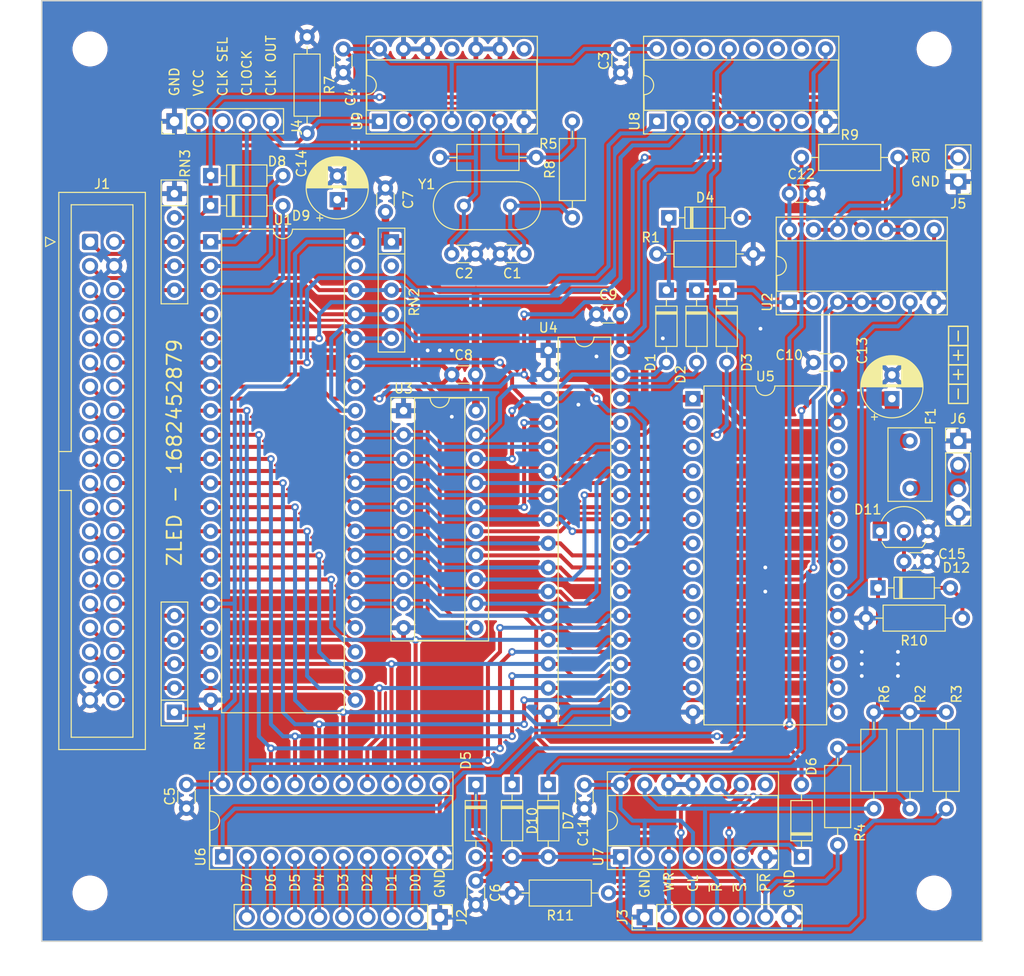
<source format=kicad_pcb>
(kicad_pcb (version 20221018) (generator pcbnew)
  (title_block (title "Motherboard PCB") (date "2023-04-25") (rev "1") (company "ZLED"))
  (layers (0 "F.Cu" signal) (31 "B.Cu" signal) (34 "B.Paste" user) (35 "F.Paste" user) (36 "B.SilkS" user "B.Silkscreen") (37 "F.SilkS" user "F.Silkscreen") (38 "B.Mask" user) (39 "F.Mask" user) (44 "Edge.Cuts" user))
  (net 0 "")
  (net 1 "Net-(D1-K)")
  (net 2 "CLOCK")
  (net 3 "~{PROTECT}")
  (net 4 "Net-(D4-A)")
  (net 5 "Q")
  (net 6 "SC1")
  (net 7 "SC0")
  (net 8 "~{DMA IN}")
  (net 9 "D7")
  (net 10 "D6")
  (net 11 "D5")
  (net 12 "D4")
  (net 13 "D3")
  (net 14 "D2")
  (net 15 "D1")
  (net 16 "D0")
  (net 17 "VCC")
  (net 18 "N2")
  (net 19 "N1")
  (net 20 "N0")
  (net 21 "GND")
  (net 22 "~{LOAD EN}")
  (net 23 "~{WAIT}")
  (net 24 "~{CLEAR}")
  (net 25 "~{DMA OUT}")
  (net 26 "MA0")
  (net 27 "MA1")
  (net 28 "MA2")
  (net 29 "MA3")
  (net 30 "MA4")
  (net 31 "MA5")
  (net 32 "MA6")
  (net 33 "MA7")
  (net 34 "TPB")
  (net 35 "TPA")
  (net 36 "~{INTERRUPT}")
  (net 37 "~{MWR}")
  (net 38 "~{MRD}")
  (net 39 "~{EF1}")
  (net 40 "~{EF2}")
  (net 41 "~{EF3}")
  (net 42 "~{EF4}")
  (net 45 "/CPU and memories/MA8")
  (net 46 "/CPU and memories/MA9")
  (net 47 "/CPU and memories/MA10")
  (net 48 "/CPU and memories/MA11")
  (net 49 "/CPU and memories/MA12")
  (net 50 "/CPU and memories/MA13")
  (net 51 "/CPU and memories/MA14")
  (net 52 "/CPU and memories/MA15")
  (net 54 "~{WRITE RESET}")
  (net 55 "~{WRITE SET}")
  (net 56 "~{RAM ONLY}")
  (net 57 "~{RAM_CS}")
  (net 58 "~{ROM_CS}")
  (net 60 "Net-(D10-A)")
  (net 61 "Net-(D6-K)")
  (net 62 "CLK SEL")
  (net 63 "Net-(D10-K)")
  (net 64 "DIN0")
  (net 65 "DIN1")
  (net 66 "DIN2")
  (net 67 "DIN3")
  (net 68 "DIN4")
  (net 69 "DIN5")
  (net 70 "DIN6")
  (net 71 "DIN7")
  (net 72 "DMA WRITE")
  (net 75 "Net-(D7-K)")
  (net 80 "Net-(U6-OE)")
  (net 83 "Net-(C1-Pad1)")
  (net 84 "Net-(C2-Pad1)")
  (net 85 "CLK OUT")
  (net 87 "WRITE CLK")
  (net 88 "Net-(R5-Pad1)")
  (net 89 "Net-(D11-G)")
  (net 90 "Net-(J6-Pin_2)")
  (footprint "Diode_THT:D_DO-35_SOD27_P7.62mm_Horizontal" (layer "F.Cu") (at 143.51 125.73 -90)
    (fp_text reference "D5")
    (fp_text value "1N4148")
  )
  (footprint "Capacitor_THT:C_Disc_D3.0mm_W1.6mm_P2.50mm" (layer "F.Cu") (at 133.985 65.405 90)
    (fp_text reference "C7")
    (fp_text value "100nF")
  )
  (footprint "Resistor_THT:R_Axial_DIN0207_L6.3mm_D2.5mm_P10.16mm_Horizontal" (layer "F.Cu") (at 162.56 69.85)
    (fp_text reference "R1")
    (fp_text value "10k")
  )
  (footprint "Resistor_THT:R_Axial_DIN0207_L6.3mm_D2.5mm_P10.16mm_Horizontal" (layer "F.Cu") (at 189.23 118.11 -90)
    (fp_text reference "R2")
    (fp_text value "10k")
  )
  (footprint "Capacitor_THT:C_Disc_D3.0mm_W1.6mm_P2.50mm" (layer "F.Cu") (at 140.97 82.55)
    (fp_text reference "C8")
    (fp_text value "100nF")
  )
  (footprint "Package_DIP:DIP-20_W7.62mm_Socket" (layer "F.Cu") (at 135.89 86.36)
    (fp_text reference "U3")
    (fp_text value "74HC573")
  )
  (footprint "Diode_THT:D_DO-35_SOD27_P7.62mm_Horizontal" (layer "F.Cu") (at 185.86 105.02)
    (fp_text reference "D12")
    (fp_text value "BZX55C5V1")
  )
  (footprint "Diode_THT:D_DO-35_SOD27_P7.62mm_Horizontal" (layer "F.Cu") (at 169.926 73.66 -90)
    (fp_text reference "D3")
    (fp_text value "1N4148")
  )
  (footprint "Package_TO_SOT_THT:TO-92L_Inline_Wide" (layer "F.Cu") (at 186.055 99.06)
    (fp_text reference "D11")
    (fp_text value "BT149D")
  )
  (footprint "MountingHole:MountingHole_3.2mm_M3" (layer "F.Cu") (at 102.87 48.26)
    (fp_text reference "REF**" hide)
    (fp_text value "MountingHole_3.2mm_M3")
  )
  (footprint "Resistor_THT:R_Axial_DIN0207_L6.3mm_D2.5mm_P10.16mm_Horizontal" (layer "F.Cu") (at 194.75 108.205 180)
    (fp_text reference "R10")
    (fp_text value "1k")
  )
  (footprint "Diode_THT:D_DO-35_SOD27_P7.62mm_Horizontal" (layer "F.Cu") (at 166.751 73.66 -90)
    (fp_text reference "D2")
    (fp_text value "1N4148")
  )
  (footprint "Package_DIP:DIP-40_W15.24mm" (layer "F.Cu") (at 115.57 68.58)
    (fp_text reference "U1")
    (fp_text value "CDP1802ACE")
  )
  (footprint "Connector_IDC:IDC-Header_2x20_P2.54mm_Vertical" (layer "F.Cu") (at 102.87 68.58)
    (fp_text reference "J1")
    (fp_text value "Conn_02x20_Odd_Even")
  )
  (footprint "Resistor_THT:R_Axial_DIN0207_L6.3mm_D2.5mm_P10.16mm_Horizontal" (layer "F.Cu") (at 149.86 59.69 180)
    (fp_text reference "R5")
    (fp_text value "1M")
  )
  (footprint "MountingHole:MountingHole_3.2mm_M3" (layer "F.Cu") (at 102.87 137.16)
    (fp_text reference "REF**" hide)
    (fp_text value "MountingHole_3.2mm_M3")
  )
  (footprint "Package_DIP:DIP-14_W7.62mm_Socket" (layer "F.Cu") (at 133.35 55.88 90)
    (fp_text reference "U9")
    (fp_text value "74HC00")
  )
  (footprint "Package_DIP:DIP-28_W15.24mm" (layer "F.Cu") (at 166.37 85.09)
    (fp_text reference "U5")
    (fp_text value "2764")
  )
  (footprint "Connector_PinHeader_2.54mm:PinHeader_1x09_P2.54mm_Vertical" (layer "F.Cu") (at 139.7 139.7 -90)
    (fp_text reference "J2")
    (fp_text value "Conn_01x09_Pin")
  )
  (footprint "Diode_THT:D_DO-35_SOD27_P7.62mm_Horizontal" (layer "F.Cu") (at 115.57 64.77)
    (fp_text reference "D9")
    (fp_text value "1N4148")
  )
  (footprint "Package_DIP:DIP-14_W7.62mm_Socket" (layer "F.Cu") (at 176.53 74.93 90)
    (fp_text reference "U2")
    (fp_text value "74HC132")
  )
  (footprint "Capacitor_THT:C_Disc_D3.0mm_W1.6mm_P2.50mm" (layer "F.Cu") (at 129.54 48.26 -90)
    (fp_text reference "C4")
    (fp_text value "100nF")
  )
  (footprint "Diode_THT:D_DO-35_SOD27_P7.62mm_Horizontal" (layer "F.Cu") (at 163.83 66.04)
    (fp_text reference "D4")
    (fp_text value "1N4148")
  )
  (footprint "Resistor_THT:R_Array_SIP5" (layer "F.Cu") (at 111.76 118.11 90)
    (fp_text reference "RN1")
    (fp_text value "R_Network04")
  )
  (footprint "Capacitor_THT:CP_Radial_D6.3mm_P2.50mm" (layer "F.Cu") (at 128.905 64.135 90)
    (fp_text reference "C14")
    (fp_text value "100uF")
  )
  (footprint "Capacitor_THT:C_Disc_D3.0mm_W1.6mm_P2.50mm" (layer "F.Cu") (at 154.94 128.27 90)
    (fp_text reference "C11")
    (fp_text value "100nF")
  )
  (footprint "Capacitor_THT:C_Disc_D3.0mm_W1.6mm_P2.50mm" (layer "F.Cu") (at 176.53 63.5)
    (fp_text reference "C12")
    (fp_text value "100nF")
  )
  (footprint "Diode_THT:D_DO-35_SOD27_P7.62mm_Horizontal" (layer "F.Cu") (at 163.576 73.66 -90)
    (fp_text reference "D1")
    (fp_text value "1N4148")
  )
  (footprint "Resistor_THT:R_Axial_DIN0207_L6.3mm_D2.5mm_P10.16mm_Horizontal" (layer "F.Cu") (at 157.48 137.16 180)
    (fp_text reference "R11")
    (fp_text value "10k")
  )
  (footprint "Diode_THT:D_DO-35_SOD27_P7.62mm_Horizontal" (layer "F.Cu") (at 147.32 125.73 -90)
    (fp_text reference "D10")
    (fp_text value "1N4148")
  )
  (footprint "Capacitor_THT:C_Disc_D3.0mm_W1.6mm_P2.50mm" (layer "F.Cu") (at 156.21 76.2)
    (fp_text reference "C9")
    (fp_text value "100nF")
  )
  (footprint "Connector_PinHeader_2.54mm:PinHeader_1x05_P2.54mm_Vertical" (layer "F.Cu") (at 111.76 55.88 90)
    (fp_text reference "J4")
    (fp_text value "Conn_01x05_Pin")
  )
  (footprint "Resistor_THT:R_Axial_DIN0207_L6.3mm_D2.5mm_P10.16mm_Horizontal" (layer "F.Cu") (at 177.8 59.69)
    (fp_text reference "R9")
    (fp_text value "10k")
  )
  (footprint "Connector_PinHeader_2.54mm:PinHeader_1x07_P2.54mm_Vertical" (layer "F.Cu") (at 161.29 139.7 90)
    (fp_text reference "J3")
    (fp_text value "Conn_01x07_Pin")
  )
  (footprint "Capacitor_THT:C_Disc_D7.5mm_W4.4mm_P5.00mm" (layer "F.Cu") (at 189.23 89.535 -90)
    (fp_text reference "F1")
    (fp_text value "400mA")
  )
  (footprint "Package_DIP:DIP-16_W7.62mm_Socket" (layer "F.Cu") (at 162.56 55.88 90)
    (fp_text reference "U8")
    (fp_text value "74HC138")
  )
  (footprint "Resistor_THT:R_Axial_DIN0207_L6.3mm_D2.5mm_P10.16mm_Horizontal" (layer "F.Cu") (at 153.67 66.04 90)
    (fp_text reference "R8")
    (fp_text value "1k")
  )
  (footprint "MountingHole:MountingHole_3.2mm_M3" (layer "F.Cu") (at 191.77 48.26)
    (fp_text reference "REF**" hide)
    (fp_text value "MountingHole_3.2mm_M3")
  )
  (footprint "Resistor_THT:R_Array_SIP5" (layer "F.Cu") (at 134.62 68.58 -90)
    (fp_text reference "RN2")
    (fp_text value "R_Network04")
  )
  (footprint "MountingHole:MountingHole_3.2mm_M3" (layer "F.Cu") (at 191.77 137.16)
    (fp_text reference "REF**" hide)
    (fp_text value "MountingHole_3.2mm_M3")
  )
  (footprint "Resistor_THT:R_Axial_DIN0207_L6.3mm_D2.5mm_P10.16mm_Horizontal" (layer "F.Cu") (at 181.61 121.92 -90)
    (fp_text reference "R4")
    (fp_text value "20k")
  )
  (footprint "Capacitor_THT:C_Disc_D3.0mm_W1.6mm_P2.50mm" (layer "F.Cu") (at 158.75 48.26 -90)
    (fp_text reference "C3")
    (fp_text value "100nF")
  )
  (footprint "Resistor_THT:R_Axial_DIN0207_L6.3mm_D2.5mm_P10.16mm_Horizontal" (layer "F.Cu") (at 185.42 118.11 -90)
    (fp_text reference "R6")
    (fp_text value "10k")
  )
  (footprint "Package_DIP:DIP-32_W7.62mm" (layer "F.Cu") (at 151.13 80.01)
    (fp_text reference "U4")
    (fp_text value "W24512AK-20")
  )
  (footprint "Resistor_THT:R_Axial_DIN0207_L6.3mm_D2.5mm_P10.16mm_Horizontal" (layer "F.Cu") (at 125.73 46.99 -90)
    (fp_text reference "R7")
    (fp_text value "10k")
  )
  (footprint "Resistor_THT:R_Array_SIP5" (layer "F.Cu") (at 111.76 63.5 -90)
    (fp_text reference "RN3")
    (fp_text value "R_Network04")
  )
  (footprint "Diode_THT:D_DO-35_SOD27_P7.62mm_Horizontal" (layer "F.Cu") (at 151.13 125.73 -90)
    (fp_text reference "D7")
    (fp_text value "1N4148")
  )
  (footprint "Capacitor_THT:C_Disc_D3.0mm_W1.6mm_P2.50mm" (layer "F.Cu") (at 140.97 69.85)
    (fp_text reference "C2")
    (fp_text value "22pF")
  )
  (footprint "Crystal:Crystal_HC49-U_Vertical" (layer "F.Cu") (at 142.24 64.77)
    (fp_text reference "Y1")
    (fp_text value "2MHz")
  )
  (footprint "Capacitor_THT:C_Disc_D3.0mm_W1.6mm_P2.50mm" (layer "F.Cu") (at 143.51 135.89 -90)
    (fp_text reference "C6")
    (fp_text value "220nF")
  )
  (footprint "Diode_THT:D_DO-35_SOD27_P7.62mm_Horizontal" (layer "F.Cu") (at 115.57 61.595)
    (fp_text reference "D8")
    (fp_text value "1N4148")
  )
  (footprint "Capacitor_THT:C_Disc_D3.0mm_W1.6mm_P2.50mm" (layer "F.Cu") (at 188.595 102.235)
    (fp_text reference "C15")
    (fp_text value "100nF")
  )
  (footprint "Package_DIP:DIP-20_W7.62mm_Socket" (layer "F.Cu") (at 116.84 133.35 90)
    (fp_text reference "U6")
    (fp_text value "74HC574")
  )
  (footprint "Connector_PinHeader_2.54mm:PinHeader_1x02_P2.54mm_Vertical" (layer "F.Cu") (at 194.31 62.23 180)
    (fp_text reference "J5")
    (fp_text value "Conn_01x02_Pin")
  )
  (footprint "Capacitor_THT:C_Disc_D3.0mm_W1.6mm_P2.50mm" (layer "F.Cu") (at 113.03 125.73 -90)
    (fp_text reference "C5")
    (fp_text value "100nF")
  )
  (footprint "Package_DIP:DIP-14_W7.62mm_Socket" (layer "F.Cu") (at 158.75 133.35 90)
    (fp_text reference "U7")
    (fp_text value "74HC74")
  )
  (footprint "Capacitor_THT:C_Disc_D3.0mm_W1.6mm_P2.50mm" (layer "F.Cu") (at 148.59 69.85 180)
    (fp_text reference "C1")
    (fp_text value "22pF")
  )
  (footprint "Diode_THT:D_DO-35_SOD27_P7.62mm_Horizontal" (layer "F.Cu") (at 177.8 133.35 90)
    (fp_text reference "D6")
    (fp_text value "1N4148")
  )
  (footprint "Capacitor_THT:CP_Radial_D6.3mm_P2.50mm" (layer "F.Cu") (at 187.325 85.09 90)
    (fp_text reference "C13")
    (fp_text value "100uF")
  )
  (footprint "Capacitor_THT:C_Disc_D3.0mm_W1.6mm_P2.50mm" (layer "F.Cu") (at 179.07 81.28)
    (fp_text reference "C10")
    (fp_text value "100nF")
  )
  (footprint "Resistor_THT:R_Axial_DIN0207_L6.3mm_D2.5mm_P10.16mm_Horizontal" (layer "F.Cu") (at 193.04 118.11 -90)
    (fp_text reference "R3")
    (fp_text value "20k")
  )
  (footprint "Connector_PinHeader_2.54mm:PinHeader_1x04_P2.54mm_Vertical" (layer "F.Cu") (at 194.31 89.535)
    (fp_text reference "J6")
    (fp_text value "Conn_01x04_Pin")
  )
  (gr_rect (start 193.294 83.566) (end 195.326 85.598) (stroke (width 0.15)) (fill none) (layer "F.SilkS"))
  (gr_line (start 194.31 80.01) (end 194.31 81.026) (stroke (width 0.15)) (layer "F.SilkS"))
  (gr_rect (start 193.294 81.534) (end 195.326 83.566) (stroke (width 0.15)) (fill none) (layer "F.SilkS"))
  (gr_rect (start 193.294 77.47) (end 195.326 79.502) (stroke (width 0.15)) (fill none) (layer "F.SilkS"))
  (gr_line (start 194.31 84.074) (end 194.31 85.09) (stroke (width 0.15)) (layer "F.SilkS"))
  (gr_line (start 193.802 82.55) (end 194.818 82.55) (stroke (width 0.15)) (layer "F.SilkS"))
  (gr_line (start 194.31 82.042) (end 194.31 83.058) (stroke (width 0.15)) (layer "F.SilkS"))
  (gr_rect (start 193.294 79.502) (end 195.326 81.534) (stroke (width 0.15)) (fill none) (layer "F.SilkS"))
  (gr_line (start 193.802 80.518) (end 194.818 80.518) (stroke (width 0.15)) (layer "F.SilkS"))
  (gr_line (start 194.31 77.978) (end 194.31 78.994) (stroke (width 0.15)) (layer "F.SilkS"))
  (gr_rect (start 97.79 43.18) (end 196.85 142.24) (stroke (width 0.15)) (fill none) (layer "Edge.Cuts"))
  (gr_text "GND" (at 139.7 137.795 90) (layer "F.SilkS") (effects (font (size 1 1)) (justify left)))
  (gr_text "D1" (at 134.62 137.16 90) (layer "F.SilkS") (effects (font (size 1 1)) (justify left)))
  (gr_text "CLK SEL" (at 116.84 53.34 90) (layer "F.SilkS") (effects (font (size 1 1)) (justify left)))
  (gr_text "~{PR}" (at 173.99 137.16 90) (layer "F.SilkS") (effects (font (size 1 1)) (justify left)))
  (gr_text "~{S}" (at 171.45 137.16 90) (layer "F.SilkS") (effects (font (size 1 1)) (justify left)))
  (gr_text "~{RO}" (at 189.23 59.69) (layer "F.SilkS") (effects (font (size 1 1)) (justify left)))
  (gr_text "VCC" (at 114.3 53.34 90) (layer "F.SilkS") (effects (font (size 1 1)) (justify left)))
  (gr_text "CLOCK" (at 119.38 53.34 90) (layer "F.SilkS") (effects (font (size 1 1)) (justify left)))
  (gr_text "D3" (at 129.54 137.16 90) (layer "F.SilkS") (effects (font (size 1 1)) (justify left)))
  (gr_text "CLK OUT" (at 121.92 53.34 90) (layer "F.SilkS") (effects (font (size 1 1)) (justify left)))
  (gr_text "GND" (at 189.23 62.23) (layer "F.SilkS") (effects (font (size 1 1)) (justify left)))
  (gr_text "ZLED - 1682452879" (at 111.76 102.87 90) (layer "F.SilkS") (effects (font (size 1.5 1.5) (thickness 0.2)) (justify left)))
  (gr_text "GND" (at 176.53 137.795 90) (layer "F.SilkS") (effects (font (size 1 1)) (justify left)))
  (gr_text "D0" (at 137.16 137.16 90) (layer "F.SilkS") (effects (font (size 1 1)) (justify left)))
  (gr_text "D5" (at 124.46 137.16 90) (layer "F.SilkS") (effects (font (size 1 1)) (justify left)))
  (gr_text "D6" (at 121.92 137.16 90) (layer "F.SilkS") (effects (font (size 1 1)) (justify left)))
  (gr_text "GND" (at 111.76 53.34 90) (layer "F.SilkS") (effects (font (size 1 1)) (justify left)))
  (gr_text "D2" (at 132.08 137.16 90) (layer "F.SilkS") (effects (font (size 1 1)) (justify left)))
  (gr_text "~{R}" (at 168.91 137.16 90) (layer "F.SilkS") (effects (font (size 1 1)) (justify left)))
  (gr_text "WR" (at 163.83 137.16 90) (layer "F.SilkS") (effects (font (size 1 1)) (justify left)))
  (gr_text "D4" (at 127 137.16 90) (layer "F.SilkS") (effects (font (size 1 1)) (justify left)))
  (gr_text "D7" (at 119.38 137.16 90) (layer "F.SilkS") (effects (font (size 1 1)) (justify left)))
  (gr_text "CL" (at 166.37 137.16 90) (layer "F.SilkS") (effects (font (size 1 1)) (justify left)))
  (gr_text "GND" (at 161.29 137.795 90) (layer "F.SilkS") (effects (font (size 1 1)) (justify left)))
  (segment (start 166.751 73.66) (end 163.576 73.66) (width 0.42) (layer "F.Cu") (net 1))
  (segment (start 179.07 74.93) (end 176.53 74.93) (width 0.42) (layer "F.Cu") (net 1))
  (segment (start 166.751 73.66) (end 169.926 73.66) (width 0.42) (layer "F.Cu") (net 1))
  (segment (start 163.83 69.85) (end 163.83 73.406) (width 0.42) (layer "B.Cu") (net 1))
  (segment (start 163.83 73.406) (end 163.576 73.66) (width 0.42) (layer "B.Cu") (net 1))
  (segment (start 169.926 73.66) (end 172.72 73.66) (width 0.42) (layer "B.Cu") (net 1))
  (segment (start 172.72 73.66) (end 173.99 74.93) (width 0.42) (layer "B.Cu") (net 1))
  (segment (start 163.83 66.04) (end 163.83 69.85) (width 0.42) (layer "B.Cu") (net 1))
  (segment (start 173.99 74.93) (end 176.53 74.93) (width 0.42) (layer "B.Cu") (net 1))
  (segment (start 162.56 69.85) (end 163.83 69.85) (width 0.42) (layer "B.Cu") (net 1))
  (segment (start 106.68 69.85) (end 107.95 68.58) (width 0.42) (layer "F.Cu") (net 2))
  (segment (start 102.87 68.58) (end 104.14 69.85) (width 0.42) (layer "F.Cu") (net 2))
  (segment (start 107.95 68.58) (end 115.57 68.58) (width 0.42) (layer "F.Cu") (net 2))
  (segment (start 104.14 69.85) (end 106.68 69.85) (width 0.42) (layer "F.Cu") (net 2))
  (segment (start 119.38 67.31) (end 119.38 55.88) (width 0.42) (layer "B.Cu") (net 2))
  (segment (start 118.11 68.58) (end 119.38 67.31) (width 0.42) (layer "B.Cu") (net 2))
  (segment (start 115.57 68.58) (end 118.11 68.58) (width 0.42) (layer "B.Cu") (net 2))
  (segment (start 173.99 137.16) (end 173.99 139.7) (width 0.42) (layer "F.Cu") (net 3))
  (segment (start 172.72 135.89) (end 173.99 137.16) (width 0.42) (layer "F.Cu") (net 3))
  (segment (start 143.51 135.89) (end 172.72 135.89) (width 0.42) (layer "F.Cu") (net 3))
  (segment (start 180.34 135.89) (end 175.26 135.89) (width 0.42) (layer "B.Cu") (net 3))
  (segment (start 173.99 137.16) (end 173.99 139.7) (width 0.42) (layer "B.Cu") (net 3))
  (segment (start 144.78 132.08) (end 144.78 134.62) (width 0.42) (layer "B.Cu") (net 3))
  (segment (start 175.26 135.89) (end 173.99 137.16) (width 0.42) (layer "B.Cu") (net 3))
  (segment (start 181.61 134.62) (end 180.34 135.89) (width 0.42) (layer "B.Cu") (net 3))
  (segment (start 143.51 130.81) (end 144.78 132.08) (width 0.42) (layer "B.Cu") (net 3))
  (segment (start 181.61 132.08) (end 181.61 134.62) (width 0.42) (layer "B.Cu") (net 3))
  (segment (start 143.51 125.73) (end 143.51 130.81) (width 0.42) (layer "B.Cu") (net 3))
  (segment (start 144.78 134.62) (end 143.51 135.89) (width 0.42) (layer "B.Cu") (net 3))
  (segment (start 182.88 66.04) (end 171.45 66.04) (width 0.42) (layer "F.Cu") (net 4))
  (segment (start 184.15 67.31) (end 182.88 66.04) (width 0.42) (layer "F.Cu") (net 4))
  (segment (start 102.87 76.2) (end 104.14 77.47) (width 0.42) (layer "F.Cu") (net 5))
  (segment (start 107.95 76.2) (end 115.57 76.2) (width 0.42) (layer "F.Cu") (net 5))
  (segment (start 104.14 77.47) (end 106.68 77.47) (width 0.42) (layer "F.Cu") (net 5))
  (segment (start 106.68 77.47) (end 107.95 76.2) (width 0.42) (layer "F.Cu") (net 5))
  (segment (start 107.95 78.74) (end 115.57 78.74) (width 0.42) (layer "F.Cu") (net 6))
  (segment (start 102.87 78.74) (end 104.14 80.01) (width 0.42) (layer "F.Cu") (net 6))
  (segment (start 115.57 78.74) (end 127 78.74) (width 0.42) (layer "F.Cu") (net 6))
  (segment (start 104.14 80.01) (end 106.68 80.01) (width 0.42) (layer "F.Cu") (net 6))
  (segment (start 106.68 80.01) (end 107.95 78.74) (width 0.42) (layer "F.Cu") (net 6))
  (via (at 127 78.74) (size 0.8) (drill 0.4) (layers "F.Cu" "B.Cu") (net 6))
  (segment (start 127 76.2) (end 128.27 74.93) (width 0.42) (layer "B.Cu") (net 6))
  (segment (start 157.48 73.66) (end 158.75 72.39) (width 0.42) (layer "B.Cu") (net 6))
  (segment (start 165.1 57.15) (end 165.1 55.88) (width 0.42) (layer "B.Cu") (net 6))
  (segment (start 158.75 59.69) (end 160.02 58.42) (width 0.42) (layer "B.Cu") (net 6))
  (segment (start 128.27 74.93) (end 152.4 74.93) (width 0.42) (layer "B.Cu") (net 6))
  (segment (start 153.67 73.66) (end 157.48 73.66) (width 0.42) (layer "B.Cu") (net 6))
  (segment (start 163.83 58.42) (end 165.1 57.15) (width 0.42) (layer "B.Cu") (net 6))
  (segment (start 127 78.74) (end 127 76.2) (width 0.42) (layer "B.Cu") (net 6))
  (segment (start 160.02 58.42) (end 163.83 58.42) (width 0.42) (layer "B.Cu") (net 6))
  (segment (start 152.4 74.93) (end 153.67 73.66) (width 0.42) (layer "B.Cu") (net 6))
  (segment (start 158.75 72.39) (end 158.75 59.69) (width 0.42) (layer "B.Cu") (net 6))
  (segment (start 107.95 81.28) (end 115.57 81.28) (width 0.42) (layer "F.Cu") (net 7))
  (segment (start 115.57 81.28) (end 125.73 81.28) (width 0.42) (layer "F.Cu") (net 7))
  (segment (start 104.14 82.55) (end 106.68 82.55) (width 0.42) (layer "F.Cu") (net 7))
  (segment (start 102.87 81.28) (end 104.14 82.55) (width 0.42) (layer "F.Cu") (net 7))
  (segment (start 106.68 82.55) (end 107.95 81.28) (width 0.42) (layer "F.Cu") (net 7))
  (via (at 125.73 81.28) (size 0.8) (drill 0.4) (layers "F.Cu" "B.Cu") (net 7))
  (segment (start 156.21 72.39) (end 157.48 71.12) (width 0.42) (layer "B.Cu") (net 7))
  (segment (start 158.75 57.15) (end 161.29 57.15) (width 0.42) (layer "B.Cu") (net 7))
  (segment (start 157.48 58.42) (end 158.75 57.15) (width 0.42) (layer "B.Cu") (net 7))
  (segment (start 135.89 72.39) (end 127 72.39) (width 0.42) (layer "B.Cu") (net 7))
  (segment (start 161.29 57.15) (end 162.56 55.88) (width 0.42) (layer "B.Cu") (net 7))
  (segment (start 125.73 73.66) (end 125.73 81.28) (width 0.42) (layer "B.Cu") (net 7))
  (segment (start 157.48 71.12) (end 157.48 58.42) (width 0.42) (layer "B.Cu") (net 7))
  (segment (start 151.13 73.66) (end 152.4 72.39) (width 0.42) (layer "B.Cu") (net 7))
  (segment (start 137.16 73.66) (end 151.13 73.66) (width 0.42) (layer "B.Cu") (net 7))
  (segment (start 127 72.39) (end 125.73 73.66) (width 0.42) (layer "B.Cu") (net 7))
  (segment (start 152.4 72.39) (end 156.21 72.39) (width 0.42) (layer "B.Cu") (net 7))
  (segment (start 137.16 73.66) (end 135.89 72.39) (width 0.42) (layer "B.Cu") (net 7))
  (segment (start 137.16 74.93) (end 137.16 82.55) (width 0.42) (layer "F.Cu") (net 8))
  (segment (start 177.8 123.19) (end 177.8 125.73) (width 0.42) (layer "F.Cu") (net 8))
  (segment (start 176.53 121.92) (end 177.8 123.19) (width 0.42) (layer "F.Cu") (net 8))
  (segment (start 106.68 73.66) (end 107.95 72.39) (width 0.42) (layer "F.Cu") (net 8))
  (segment (start 149.86 109.22) (end 149.86 120.65) (width 0.42) (layer "F.Cu") (net 8))
  (segment (start 139.7 85.09) (end 139.7 106.68) (width 0.42) (layer "F.Cu") (net 8))
  (segment (start 107.95 72.39) (end 125.73 72.39) (width 0.42) (layer "F.Cu") (net 8))
  (segment (start 137.16 82.55) (end 139.7 85.09) (width 0.42) (layer "F.Cu") (net 8))
  (segment (start 149.86 120.65) (end 151.13 121.92) (width 0.42) (layer "F.Cu") (net 8))
  (segment (start 135.89 73.66) (end 137.16 74.93) (width 0.42) (layer "F.Cu") (net 8))
  (segment (start 127 73.66) (end 130.81 73.66) (width 0.42) (layer "F.Cu") (net 8))
  (segment (start 140.97 107.95) (end 148.59 107.95) (width 0.42) (layer "F.Cu") (net 8))
  (segment (start 134.62 73.66) (end 135.89 73.66) (width 0.42) (layer "F.Cu") (net 8))
  (segment (start 105.41 73.66) (end 106.68 73.66) (width 0.42) (layer "F.Cu") (net 8))
  (segment (start 125.73 72.39) (end 127 73.66) (width 0.42) (layer "F.Cu") (net 8))
  (segment (start 151.13 121.92) (end 176.53 121.92) (width 0.42) (layer "F.Cu") (net 8))
  (segment (start 148.59 107.95) (end 149.86 109.22) (width 0.42) (layer "F.Cu") (net 8))
  (segment (start 139.7 106.68) (end 140.97 107.95) (width 0.42) (layer "F.Cu") (net 8))
  (segment (start 130.81 73.66) (end 134.62 73.66) (width 0.42) (layer "B.Cu") (net 8))
  (segment (start 158.75 107.95) (end 163.83 107.95) (width 0.42) (layer "F.Cu") (net 9))
  (segment (start 144.78 123.19) (end 144.78 113.03) (width 0.42) (layer "F.Cu") (net 9))
  (segment (start 180.34 106.68) (end 181.61 107.95) (width 0.42) (layer "F.Cu") (net 9))
  (segment (start 165.1 106.68) (end 180.34 106.68) (width 0.42) (layer "F.Cu") (net 9))
  (segment (start 102.87 86.36) (end 104.14 87.63) (width 0.42) (layer "F.Cu") (net 9))
  (segment (start 104.14 87.63) (end 106.68 87.63) (width 0.42) (layer "F.Cu") (net 9))
  (segment (start 146.05 111.76) (end 146.05 109.22) (width 0.42) (layer "F.Cu") (net 9))
  (segment (start 163.83 107.95) (end 165.1 106.68) (width 0.42) (layer "F.Cu") (net 9))
  (segment (start 106.68 87.63) (end 107.95 86.36) (width 0.42) (layer "F.Cu") (net 9))
  (segment (start 107.95 86.36) (end 115.57 86.36) (width 0.42) (layer "F.Cu") (net 9))
  (segment (start 115.57 86.36) (end 119.38 86.36) (width 0.42) (layer "F.Cu") (net 9))
  (segment (start 144.78 113.03) (end 146.05 111.76) (width 0.42) (layer "F.Cu") (net 9))
  (via (at 144.78 123.19) (size 0.8) (drill 0.4) (layers "F.Cu" "B.Cu") (net 9))
  (via (at 146.05 109.22) (size 0.8) (drill 0.4) (layers "F.Cu" "B.Cu") (net 9))
  (via (at 119.38 86.36) (size 0.8) (drill 0.4) (layers "F.Cu" "B.Cu") (net 9))
  (segment (start 156.21 109.22) (end 146.05 109.22) (width 0.42) (layer "B.Cu") (net 9))
  (segment (start 119.38 86.36) (end 119.38 123.19) (width 0.42) (layer "B.Cu") (net 9))
  (segment (start 158.75 107.95) (end 157.48 107.95) (width 0.42) (layer "B.Cu") (net 9))
  (segment (start 157.48 107.95) (end 156.21 109.22) (width 0.42) (layer "B.Cu") (net 9))
  (segment (start 144.78 123.19) (end 119.38 123.19) (width 0.42) (layer "B.Cu") (net 9))
  (segment (start 119.38 123.19) (end 119.38 125.73) (width 0.42) (layer "B.Cu") (net 9))
  (segment (start 106.68 90.17) (end 107.95 88.9) (width 0.42) (layer "F.Cu") (net 10))
  (segment (start 180.34 109.22) (end 181.61 110.49) (width 0.42) (layer "F.Cu") (net 10))
  (segment (start 104.14 90.17) (end 106.68 90.17) (width 0.42) (layer "F.Cu") (net 10))
  (segment (start 146.05 121.92) (end 146.05 113.03) (width 0.42) (layer "F.Cu") (net 10))
  (segment (start 146.05 113.03) (end 147.32 111.76) (width 0.42) (layer "F.Cu") (net 10))
  (segment (start 102.87 88.9) (end 104.14 90.17) (width 0.42) (layer "F.Cu") (net 10))
  (segment (start 107.95 88.9) (end 115.57 88.9) (width 0.42) (layer "F.Cu") (net 10))
  (segment (start 165.1 109.22) (end 180.34 109.22) (width 0.42) (layer "F.Cu") (net 10))
  (segment (start 158.75 110.49) (end 163.83 110.49) (width 0.42) (layer "F.Cu") (net 10))
  (segment (start 121.92 121.92) (end 121.92 125.73) (width 0.42) (layer "F.Cu") (net 10))
  (segment (start 163.83 110.49) (end 165.1 109.22) (width 0.42) (layer "F.Cu") (net 10))
  (segment (start 115.57 88.9) (end 120.65 88.9) (width 0.42) (layer "F.Cu") (net 10))
  (via (at 147.32 111.76) (size 0.8) (drill 0.4) (layers "F.Cu" "B.Cu") (net 10))
  (via (at 120.65 88.9) (size 0.8) (drill 0.4) (layers "F.Cu" "B.Cu") (net 10))
  (via (at 121.92 121.92) (size 0.8) (drill 0.4) (layers "F.Cu" "B.Cu") (net 10))
  (via (at 146.05 121.92) (size 0.8) (drill 0.4) (layers "F.Cu" "B.Cu") (net 10))
  (segment (start 157.48 110.49) (end 158.75 110.49) (width 0.42) (layer "B.Cu") (net 10))
  (segment (start 120.65 88.9) (end 120.65 120.65) (width 0.42) (layer "B.Cu") (net 10))
  (segment (start 156.21 111.76) (end 157.48 110.49) (width 0.42) (layer "B.Cu") (net 10))
  (segment (start 121.92 121.92) (end 146.05 121.92) (width 0.42) (layer "B.Cu") (net 10))
  (segment (start 120.65 120.65) (end 121.92 121.92) (width 0.42) (layer "B.Cu") (net 10))
  (segment (start 147.32 111.76) (end 156.21 111.76) (width 0.42) (layer "B.Cu") (net 10))
  (segment (start 102.87 91.44) (end 104.14 92.71) (width 0.42) (layer "F.Cu") (net 11))
  (segment (start 121.92 91.44) (end 115.57 91.44) (width 0.42) (layer "F.Cu") (net 11))
  (segment (start 165.1 111.76) (end 180.34 111.76) (width 0.42) (layer "F.Cu") (net 11))
  (segment (start 106.68 92.71) (end 107.95 91.44) (width 0.42) (layer "F.Cu") (net 11))
  (segment (start 107.95 91.44) (end 115.57 91.44) (width 0.42) (layer "F.Cu") (net 11))
  (segment (start 104.14 92.71) (end 106.68 92.71) (width 0.42) (layer "F.Cu") (net 11))
  (segment (start 163.83 113.03) (end 165.1 111.76) (width 0.42) (layer "F.Cu") (net 11))
  (segment (start 180.34 111.76) (end 181.61 113.03) (width 0.42) (layer "F.Cu") (net 11))
  (segment (start 124.46 125.73) (end 124.46 120.65) (width 0.42) (layer "F.Cu") (net 11))
  (segment (start 147.32 114.3) (end 147.32 120.65) (width 0.42) (layer "F.Cu") (net 11))
  (segment (start 158.75 113.03) (end 163.83 113.03) (width 0.42) (layer "F.Cu") (net 11))
  (via (at 124.46 120.65) (size 0.8) (drill 0.4) (layers "F.Cu" "B.Cu") (net 11))
  (via (at 147.32 114.3) (size 0.8) (drill 0.4) (layers "F.Cu" "B.Cu") (net 11))
  (via (at 147.32 120.65) (size 0.8) (drill 0.4) (layers "F.Cu" "B.Cu") (net 11))
  (via (at 121.92 91.44) (size 0.8) (drill 0.4) (layers "F.Cu" "B.Cu") (net 11))
  (segment (start 121.92 91.44) (end 121.92 119.38) (width 0.42) (layer "B.Cu") (net 11))
  (segment (start 156.21 114.3) (end 157.48 113.03) (width 0.42) (layer "B.Cu") (net 11))
  (segment (start 121.92 119.38) (end 123.19 120.65) (width 0.42) (layer "B.Cu") (net 11))
  (segment (start 157.48 113.03) (end 158.75 113.03) (width 0.42) (layer "B.Cu") (net 11))
  (segment (start 147.32 114.3) (end 156.21 114.3) (width 0.42) (layer "B.Cu") (net 11))
  (segment (start 123.19 120.65) (end 147.32 120.65) (width 0.42) (layer "B.Cu") (net 11))
  (segment (start 127 119.38) (end 127 125.73) (width 0.42) (layer "F.Cu") (net 12))
  (segment (start 148.59 116.84) (end 148.59 119.38) (width 0.42) (layer "F.Cu") (net 12))
  (segment (start 104.14 95.25) (end 106.68 95.25) (width 0.42) (layer "F.Cu") (net 12))
  (segment (start 102.87 93.98) (end 104.14 95.25) (width 0.42) (layer "F.Cu") (net 12))
  (segment (start 180.34 114.3) (end 181.61 115.57) (width 0.42) (layer "F.Cu") (net 12))
  (segment (start 165.1 114.3) (end 180.34 114.3) (width 0.42) (layer "F.Cu") (net 12))
  (segment (start 158.75 115.57) (end 163.83 115.57) (width 0.42) (layer "F.Cu") (net 12))
  (segment (start 163.83 115.57) (end 165.1 114.3) (width 0.42) (layer "F.Cu") (net 12))
  (segment (start 123.19 93.98) (end 115.57 93.98) (width 0.42) (layer "F.Cu") (net 12))
  (segment (start 107.95 93.98) (end 115.57 93.98) (width 0.42) (layer "F.Cu") (net 12))
  (segment (start 106.68 95.25) (end 107.95 93.98) (width 0.42) (layer "F.Cu") (net 12))
  (via (at 123.19 93.98) (size 0.8) (drill 0.4) (layers "F.Cu" "B.Cu") (net 12))
  (via (at 148.59 116.84) (size 0.8) (drill 0.4) (layers "F.Cu" "B.Cu") (net 12))
  (via (at 127 119.38) (size 0.8) (drill 0.4) (layers "F.Cu" "B.Cu") (net 12))
  (via (at 148.59 119.38) (size 0.8) (drill 0.4) (layers "F.Cu" "B.Cu") (net 12))
  (segment (start 148.59 116.84) (end 156.21 116.84) (width 0.42) (layer "B.Cu") (net 12))
  (segment (start 156.21 116.84) (end 157.48 115.57) (width 0.42) (layer "B.Cu") (net 12))
  (segment (start 123.19 118.11) (end 124.46 119.38) (width 0.42) (layer "B.Cu") (net 12))
  (segment (start 157.48 115.57) (end 158.75 115.57) (width 0.42) (layer "B.Cu") (net 12))
  (segment (start 123.19 93.98) (end 123.19 118.11) (width 0.42) (layer "B.Cu") (net 12))
  (segment (start 124.46 119.38) (end 148.59 119.38) (width 0.42) (layer "B.Cu") (net 12))
  (segment (start 104.14 97.79) (end 106.68 97.79) (width 0.42) (layer "F.Cu") (net 13))
  (segment (start 106.68 97.79) (end 107.95 96.52) (width 0.42) (layer "F.Cu") (net 13))
  (segment (start 129.54 125.73) (end 129.54 118.11) (width 0.42) (layer "F.Cu") (net 13))
  (segment (start 107.95 96.52) (end 115.57 96.52) (width 0.42) (layer "F.Cu") (net 13))
  (segment (start 163.83 118.11) (end 165.1 116.84) (width 0.42) (layer "F.Cu") (net 13))
  (segment (start 102.87 96.52) (end 104.14 97.79) (width 0.42) (layer "F.Cu") (net 13))
  (segment (start 165.1 116.84) (end 180.34 116.84) (width 0.42) (layer "F.Cu") (net 13))
  (segment (start 124.46 96.52) (end 115.57 96.52) (width 0.42) (layer "F.Cu") (net 13))
  (segment (start 158.75 118.11) (end 163.83 118.11) (width 0.42) (layer "F.Cu") (net 13))
  (segment (start 180.34 116.84) (end 181.61 118.11) (width 0.42) (layer "F.Cu") (net 13))
  (via (at 129.54 118.11) (size 0.8) (drill 0.4) (layers "F.Cu" "B.Cu") (net 13))
  (via (at 124.46 96.52) (size 0.8) (drill 0.4) (layers "F.Cu" "B.Cu") (net 13))
  (segment (start 153.67 118.11) (end 152.4 119.38) (width 0.42) (layer "B.Cu") (net 13))
  (segment (start 149.86 119.38) (end 148.59 118.11) (width 0.42) (layer "B.Cu") (net 13))
  (segment (start 148.59 118.11) (end 125.73 118.11) (width 0.42) (layer "B.Cu") (net 13))
  (segment (start 158.75 118.11) (end 153.67 118.11) (width 0.42) (layer "B.Cu") (net 13))
  (segment (start 124.46 116.84) (end 124.46 96.52) (width 0.42) (layer "B.Cu") (net 13))
  (segment (start 125.73 118.11) (end 124.46 116.84) (width 0.42) (layer "B.Cu") (net 13))
  (segment (start 152.4 119.38) (end 149.86 119.38) (width 0.42) (layer "B.Cu") (net 13))
  (segment (start 125.73 99.06) (end 115.57 99.06) (width 0.42) (layer "F.Cu") (net 14))
  (segment (start 133.35 115.57) (end 133.35 120.65) (width 0.42) (layer "F.Cu") (net 14))
  (segment (start 151.13 115.57) (end 152.4 115.57) (width 0.42) (layer "F.Cu") (net 14))
  (segment (start 133.35 120.65) (end 132.08 121.92) (width 0.42) (layer "F.Cu") (net 14))
  (segment (start 165.1 115.57) (end 166.37 115.57) (width 0.42) (layer "F.Cu") (net 14))
  (segment (start 163.83 116.84) (end 165.1 115.57) (width 0.42) (layer "F.Cu") (net 14))
  (segment (start 104.14 100.33) (end 106.68 100.33) (width 0.42) (layer "F.Cu") (net 14))
  (segment (start 107.95 99.06) (end 115.57 99.06) (width 0.42) (layer "F.Cu") (net 14))
  (segment (start 153.67 116.84) (end 163.83 116.84) (width 0.42) (layer "F.Cu") (net 14))
  (segment (start 102.87 99.06) (end 104.14 100.33) (width 0.42) (layer "F.Cu") (net 14))
  (segment (start 152.4 115.57) (end 153.67 116.84) (width 0.42) (layer "F.Cu") (net 14))
  (segment (start 132.08 125.73) (end 132.08 121.92) (width 0.42) (layer "F.Cu") (net 14))
  (segment (start 106.68 100.33) (end 107.95 99.06) (width 0.42) (layer "F.Cu") (net 14))
  (via (at 133.35 115.57) (size 0.8) (drill 0.4) (layers "F.Cu" "B.Cu") (net 14))
  (via (at 125.73 99.06) (size 0.8) (drill 0.4) (layers "F.Cu" "B.Cu") (net 14))
  (segment (start 125.73 99.06) (end 125.73 114.3) (width 0.42) (layer "B.Cu") (net 14))
  (segment (start 127 115.57) (end 151.13 115.57) (width 0.42) (layer "B.Cu") (net 14))
  (segment (start 125.73 114.3) (end 127 115.57) (width 0.42) (layer "B.Cu") (net 14))
  (segment (start 151.13 113.03) (end 152.4 113.03) (width 0.42) (layer "F.Cu") (net 15))
  (segment (start 104.14 102.87) (end 106.68 102.87) (width 0.42) (layer "F.Cu") (net 15))
  (segment (start 107.95 101.6) (end 115.57 101.6) (width 0.42) (layer "F.Cu") (net 15))
  (segment (start 102.87 101.6) (end 104.14 102.87) (width 0.42) (layer "F.Cu") (net 15))
  (segment (start 152.4 113.03) (end 153.67 114.3) (width 0.42) (layer "F.Cu") (net 15))
  (segment (start 153.67 114.3) (end 163.83 114.3) (width 0.42) (layer "F.Cu") (net 15))
  (segment (start 134.62 125.73) (end 134.62 113.03) (width 0.42) (layer "F.Cu") (net 15))
  (segment (start 127 101.6) (end 115.57 101.6) (width 0.42) (layer "F.Cu") (net 15))
  (segment (start 106.68 102.87) (end 107.95 101.6) (width 0.42) (layer "F.Cu") (net 15))
  (segment (start 163.83 114.3) (end 165.1 113.03) (width 0.42) (layer "F.Cu") (net 15))
  (segment (start 165.1 113.03) (end 166.37 113.03) (width 0.42) (layer "F.Cu") (net 15))
  (via (at 134.62 113.03) (size 0.8) (drill 0.4) (layers "F.Cu" "B.Cu") (net 15))
  (via (at 127 101.6) (size 0.8) (drill 0.4) (layers "F.Cu" "B.Cu") (net 15))
  (segment (start 127 111.76) (end 128.27 113.03) (width 0.42) (layer "B.Cu") (net 15))
  (segment (start 151.13 113.03) (end 144.78 113.03) (width 0.42) (layer "B.Cu") (net 15))
  (segment (start 128.27 113.03) (end 144.78 113.03) (width 0.42) (layer "B.Cu") (net 15))
  (segment (start 127 101.6) (end 127 111.76) (width 0.42) (layer "B.Cu") (net 15))
  (segment (start 152.4 110.49) (end 153.67 111.76) (width 0.42) (layer "F.Cu") (net 16))
  (segment (start 163.83 111.76) (end 165.1 110.49) (width 0.42) (layer "F.Cu") (net 16))
  (segment (start 165.1 110.49) (end 166.37 110.49) (width 0.42) (layer "F.Cu") (net 16))
  (segment (start 106.68 105.41) (end 107.95 104.14) (width 0.42) (layer "F.Cu") (net 16))
  (segment (start 151.13 110.49) (end 152.4 110.49) (width 0.42) (layer "F.Cu") (net 16))
  (segment (start 107.95 104.14) (end 115.57 104.14) (width 0.42) (layer "F.Cu") (net 16))
  (segment (start 104.14 105.41) (end 106.68 105.41) (width 0.42) (layer "F.Cu") (net 16))
  (segment (start 128.27 104.14) (end 115.57 104.14) (width 0.42) (layer "F.Cu") (net 16))
  (segment (start 102.87 104.14) (end 104.14 105.41) (width 0.42) (layer "F.Cu") (net 16))
  (segment (start 153.67 111.76) (end 163.83 111.76) (width 0.42) (layer "F.Cu") (net 16))
  (segment (start 137.16 125.73) (end 137.16 110.49) (width 0.42) (layer "F.Cu") (net 16))
  (via (at 137.16 110.49) (size 0.8) (drill 0.4) (layers "F.Cu" "B.Cu") (net 16))
  (via (at 128.27 104.14) (size 0.8) (drill 0.4) (layers "F.Cu" "B.Cu") (net 16))
  (segment (start 128.27 109.22) (end 129.54 110.49) (width 0.42) (layer "B.Cu") (net 16))
  (segment (start 129.54 110.49) (end 151.13 110.49) (width 0.42) (layer "B.Cu") (net 16))
  (segment (start 128.27 104.14) (end 128.27 109.22) (width 0.42) (layer "B.Cu") (net 16))
  (segment (start 128.905 67.31) (end 130.81 67.31) (width 0.8) (layer "F.Cu") (net 17))
  (segment (start 113.03 58.42) (end 110.49 58.42) (width 0.42) (layer "F.Cu") (net 17))
  (segment (start 181.57 85.05) (end 181.61 85.09) (width 0.42) (layer "F.Cu") (net 17))
  (segment (start 138.43 69.85) (end 138.43 72.39) (width 0.8) (layer "F.Cu") (net 17))
  (segment (start 176.53 71.12) (end 175.26 72.39) (width 0.42) (layer "F.Cu") (net 17))
  (segment (start 143.51 82.59) (end 143.47 82.55) (width 0.8) (layer "F.Cu") (net 17))
  (segment (start 187.325 85.09) (end 187.325 89.535) (width 1.5) (layer "F.Cu") (net 17))
  (segment (start 128.905 64.135) (end 128.905 67.31) (width 0.8) (layer "F.Cu") (net 17))
  (segment (start 130.81 63.5) (end 130.175 64.135) (width 0.42) (layer "F.Cu") (net 17))
  (segment (start 130.175 64.135) (end 128.905 64.135) (width 0.42) (layer "F.Cu") (net 17))
  (segment (start 158.71 79.97) (end 158.75 80.01) (width 0.42) (layer "F.Cu") (net 17))
  (segment (start 175.26 87.63) (end 181.61 87.63) (width 0.8) (layer "F.Cu") (net 17))
  (segment (start 186.055 99.06) (end 186.055 104.825) (width 0.42) (layer "F.Cu") (net 17))
  (segment (start 181.61 85.09) (end 187.325 85.09) (width 1.5) (layer "F.Cu") (net 17))
  (segment (start 105.41 68.58) (end 106.68 68.58) (width 0.42) (layer "F.Cu") (net 17))
  (segment (start 160.02 80.01) (end 161.29 81.28) (width 0.8) (layer "F.Cu") (net 17))
  (segment (start 176.53 67.31) (end 176.53 71.12) (width 0.42) (layer "F.Cu") (net 17))
  (segment (start 130.81 68.58) (end 133.985 68.58) (width 0.8) (layer "F.Cu") (net 17))
  (segment (start 139.7 73.66) (end 143.51 73.66) (width 0.8) (layer "F.Cu") (net 17))
  (segment (start 114.3 55.88) (end 114.3 57.15) (width 0.42) (layer "F.Cu") (net 17))
  (segment (start 130.81 49.53) (end 129.54 48.26) (width 0.42) (layer "F.Cu") (net 17))
  (segment (start 168.91 85.09) (end 171.45 87.63) (width 0.8) (layer "F.Cu") (net 17))
  (segment (start 143.47 82.55) (end 143.47 73.7) (width 0.8) (layer "F.Cu") (net 17))
  (segment (start 107.95 67.31) (end 109.22 67.31) (width 0.42) (layer "F.Cu") (net 17))
  (segment (start 106.68 68.58) (end 107.95 67.31) (width 0.42) (layer "F.Cu") (net 17))
  (segment (start 110.49 58.42) (end 109.22 59.69) (width 0.42) (layer "F.Cu") (net 17))
  (segment (start 134.62 68.58) (end 137.16 68.58) (width 0.8) (layer "F.Cu") (net 17))
  (segment (start 176.53 62.23) (end 176.53 63.5) (width 0.42) (layer "F.Cu") (net 17))
  (segment (start 143.47 73.7) (end 143.51 73.66) (width 0.8) (layer "F.Cu") (net 17))
  (segment (start 175.26 72.39) (end 175.26 87.63) (width 0.42) (layer "F.Cu") (net 17))
  (segment (start 109.22 59.69) (end 109.22 67.31) (width 0.42) (layer "F.Cu") (net 17))
  (segment (start 133.985 65.405) (end 133.985 68.58) (width 0.8) (layer "F.Cu") (net 17))
  (segment (start 176.53 62.23) (end 177.8 60.96) (width 0.42) (layer "F.Cu") (net 17))
  (segment (start 189.23 89.535) (end 187.325 89.535) (width 1.5) (layer "F.Cu") (net 17))
  (segment (start 114.3 57.15) (end 113.03 58.42) (width 0.42) (layer "F.Cu") (net 17))
  (segment (start 158.75 85.09) (end 161.29 85.09) (width 0.8) (layer "F.Cu") (net 17))
  (segment (start 130.81 49.53) (end 130.81 63.5) (width 0.42) (layer "F.Cu") (net 17))
  (segment (start 107.95 106.68) (end 115.57 106.68) (width 0.42) (layer "F.Cu") (net 17))
  (segment (start 138.43 72.39) (end 139.7 73.66) (width 0.8) (layer "F.Cu") (net 17))
  (segment (start 158.71 74.97) (end 158.71 76.2) (width 0.8) (layer "F.Cu") (net 17))
  (segment (start 130.81 67.31) (end 130.81 68.58) (width 0.8) (layer "F.Cu") (net 17))
  (segment (start 185.86 105.02) (end 185.86 117.67) (width 0.42) (layer "F.Cu") (net 17))
  (segment (start 109.22 67.31) (end 128.905 67.31) (width 0.42) (layer "F.Cu") (net 17))
  (segment (start 158.71 76.2) (end 158.71 79.97) (width 0.8) (layer "F.Cu") (net 17))
  (segment (start 157.48 73.66) (end 158.75 74.93) (width 0.8) (layer "F.Cu") (net 17))
  (segment (start 166.37 85.09) (end 168.91 85.09) (width 0.8) (layer "F.Cu") (net 17))
  (segment (start 187.325 89.535) (end 186.055 90.805) (width 1.5) (layer "F.Cu") (net 17))
  (segment (start 186.055 90.805) (end 186.055 99.06) (width 1.5) (layer "F.Cu") (net 17))
  (segment (start 185.86 117.67) (end 185.42 118.11) (width 0.42) (layer "F.Cu") (net 17))
  (segment (start 104.14 107.95) (end 106.68 107.95) (width 0.42) (layer "F.Cu") (net 17))
  (segment (start 137.16 68.58) (end 138.43 69.85) (width 0.8) (layer "F.Cu") (net 17))
  (segment (start 102.87 106.68) (end 104.14 107.95) (width 0.42) (layer "F.Cu") (net 17))
  (segment (start 158.75 74.93) (end 158.71 74.97) (width 0.8) (layer "F.Cu") (net 17))
  (segment (start 181.57 81.28) (end 181.57 85.05) (width 0.8) (layer "F.Cu") (net 17))
  (segment (start 186.055 104.825) (end 185.86 105.02) (width 0.42) (layer "F.Cu") (net 17))
  (segment (start 133.985 68.58) (end 134.62 68.58) (width 0.8) (layer "F.Cu") (net 17))
  (segment (start 181.61 85.09) (end 181.61 87.63) (width 0.8) (layer "F.Cu") (net 17))
  (segment (start 106.68 107.95) (end 107.95 106.68) (width 0.42) (layer "F.Cu") (net 17))
  (segment (start 143.51 73.66) (end 157.48 73.66) (width 0.8) (layer "F.Cu") (net 17))
  (segment (start 171.45 87.63) (end 175.26 87.63) (width 0.8) (layer "F.Cu") (net 17))
  (segment (start 158.75 80.01) (end 160.02 80.01) (width 0.8) (layer "F.Cu") (net 17))
  (segment (start 143.51 86.36) (end 143.51 82.59) (width 0.8) (layer "F.Cu") (net 17))
  (segment (start 161.29 81.28) (end 161.29 85.09) (width 0.8) (layer "F.Cu") (net 17))
  (segment (start 177.8 60.96) (end 177.8 59.69) (width 0.42) (layer "F.Cu") (net 17))
  (segment (start 161.29 85.09) (end 166.37 85.09) (width 0.8) (layer "F.Cu") (net 17))
  (segment (start 180.34 124.46) (end 181.61 123.19) (width 0.42) (layer "B.Cu") (net 17))
  (segment (start 160.02 129.54) (end 161.29 129.54) (width 0.42) (layer "B.Cu") (net 17))
  (segment (start 115.57 106.68) (end 118.11 106.68) (width 0.42) (layer "B.Cu") (net 17))
  (segment (start 189.23 118.11) (end 193.04 118.11) (width 0.42) (layer "B.Cu") (net 17))
  (segment (start 133.35 48.26) (end 129.54 48.26) (width 0.42) (layer "B.Cu") (net 17))
  (segment (start 116.84 118.11) (end 116.84 125.73) (width 0.42) (layer "B.Cu") (net 17))
  (segment (start 118.11 106.68) (end 118.11 116.84) (width 0.42) (layer "B.Cu") (net 17))
  (segment (start 165.1 129.54) (end 166.37 130.81) (width 0.42) (layer "B.Cu") (net 17))
  (segment (start 185.42 120.65) (end 185.42 118.11) (width 0.42) (layer "B.Cu") (net 17))
  (segment (start 125.73 68.58) (end 130.81 68.58) (width 0.42) (layer "B.Cu") (net 17))
  (segment (start 176.53 63.5) (end 176.53 67.31) (width 0.42) (layer "B.Cu") (net 17))
  (segment (start 116.84 118.11) (end 111.76 118.11) (width 0.42) (layer "B.Cu") (net 17))
  (segment (start 118.11 106.68) (end 118.11 85.09) (width 0.42) (layer "B.Cu") (net 17))
  (segment (start 124.46 82.55) (end 124.46 69.85) (width 0.42) (layer "B.Cu") (net 17))
  (segment (start 189.23 118.11) (end 185.42 118.11) (width 0.42) (layer "B.Cu") (net 17))
  (segment (start 153.67 49.53) (end 154.94 48.26) (width 0.42) (layer "B.Cu") (net 17))
  (segment (start 181.61 121.92) (end 184.15 121.92) (width 0.42) (layer "B.Cu") (net 17))
  (segment (start 158.71 125.77) (end 158.75 125.73) (width 0.42) (layer "B.Cu") (net 17))
  (segment (start 184.15 121.92) (end 185.42 120.65) (width 0.42) (layer "B.Cu") (net 17))
  (segment (start 158.75 125.73) (end 158.75 128.27) (width 0.42) (layer "B.Cu") (net 17))
  (segment (start 140.97 49.53) (end 134.62 49.53) (width 0.42) (layer "B.Cu") (net 17))
  (segment (start 158.75 128.27) (end 160.02 129.54) (width 0.42) (layer "B.Cu") (net 17))
  (segment (start 113.03 125.73) (end 116.84 125.73) (width 0.42) (layer "B.Cu") (net 17))
  (segment (start 124.46 69.85) (end 125.73 68.58) (width 0.42) (layer "B.Cu") (net 17))
  (segment (start 158.75 125.73) (end 160.02 124.46) (width 0.42) (layer "B.Cu") (net 17))
  (segment (start 154.94 48.26) (end 158.75 48.26) (width 0.42) (layer "B.Cu") (net 17))
  (segment (start 166.37 130.81) (end 166.37 133.35) (width 0.42) (layer "B.Cu") (net 17))
  (segment (start 123.19 83.82) (end 124.46 82.55) (width 0.42) (layer "B.Cu") (net 17))
  (segment (start 160.02 124.46) (end 180.34 124.46) (width 0.42) (layer "B.Cu") (net 17))
  (segment (start 161.29 133.35) (end 161.29 129.54) (width 0.42) (layer "B.Cu") (net 17))
  (segment (start 119.38 83.82) (end 123.19 83.82) (width 0.42) (layer "B.Cu") (net 17))
  (segment (start 118.11 85.09) (end 119.38 83.82) (width 0.42) (layer "B.Cu") (net 17))
  (segment (start 154.94 125.77) (end 158.71 125.77) (width 0.42) (layer "B.Cu") (net 17))
  (segment (start 161.29 129.54) (end 165.1 129.54) (width 0.42) (layer "B.Cu") (net 17))
  (segment (start 118.11 116.84) (end 116.84 118.11) (width 0.42) (layer "B.Cu") (net 17))
  (segment (start 140.97 55.88) (end 140.97 49.53) (width 0.42) (layer "B.Cu") (net 17))
  (segment (start 181.61 123.19) (end 181.61 121.92) (width 0.42) (layer "B.Cu") (net 17))
  (segment (start 134.62 49.53) (end 133.35 48.26) (width 0.42) (layer "B.Cu") (net 17))
  (segment (start 153.67 49.53) (end 140.97 49.53) (width 0.42) (layer "B.Cu") (net 17))
  (segment (start 158.75 48.26) (end 162.56 48.26) (width 0.42) (layer "B.Cu") (net 17))
  (segment (start 106.68 110.49) (end 107.95 109.22) (width 0.42) (layer "F.Cu") (net 18))
  (segment (start 107.95 109.22) (end 115.57 109.22) (width 0.42) (layer "F.Cu") (net 18))
  (segment (start 102.87 109.22) (end 104.14 110.49) (width 0.42) (layer "F.Cu") (net 18))
  (segment (start 104.14 110.49) (end 106.68 110.49) (width 0.42) (layer "F.Cu") (net 18))
  (segment (start 102.87 111.76) (end 104.14 113.03) (width 0.42) (layer "F.Cu") (net 19))
  (segment (start 104.14 113.03) (end 106.68 113.03) (width 0.42) (layer "F.Cu") (net 19))
  (segment (start 106.68 113.03) (end 107.95 111.76) (width 0.42) (layer "F.Cu") (net 19))
  (segment (start 107.95 111.76) (end 115.57 111.76) (width 0.42) (layer "F.Cu") (net 19))
  (segment (start 107.95 114.3) (end 115.57 114.3) (width 0.42) (layer "F.Cu") (net 20))
  (segment (start 104.14 115.57) (end 106.68 115.57) (width 0.42) (layer "F.Cu") (net 20))
  (segment (start 102.87 114.3) (end 104.14 115.57) (width 0.42) (layer "F.Cu") (net 20))
  (segment (start 106.68 115.57) (end 107.95 114.3) (width 0.42) (layer "F.Cu") (net 20))
  (via (at 184.15 113.03) (size 0.8) (drill 0.4) (layers "F.Cu" "B.Cu") (net 21))
  (via (at 187.96 113.03) (size 0.8) (drill 0.4) (layers "F.Cu" "B.Cu") (net 21))
  (via (at 173.99 105.41) (size 0.8) (drill 0.4) (layers "F.Cu" "B.Cu") (net 21))
  (via (at 173.482 77.724) (size 0.8) (drill 0.4) (layers "F.Cu" "B.Cu") (net 21))
  (via (at 140.97 80.01) (size 0.8) (drill 0.4) (layers "F.Cu" "B.Cu") (net 21))
  (via (at 173.99 102.87) (size 0.8) (drill 0.4) (layers "F.Cu" "B.Cu") (net 21))
  (via (at 140.97 86.995) (size 0.8) (drill 0.4) (layers "F.Cu" "B.Cu") (net 21))
  (via (at 139.7 80.01) (size 0.8) (drill 0.4) (layers "F.Cu" "B.Cu") (net 21))
  (via (at 154.305 85.725) (size 0.8) (drill 0.4) (layers "F.Cu" "B.Cu") (net 21))
  (via (at 184.15 114.3) (size 0.8) (drill 0.4) (layers "F.Cu" "B.Cu") (net 21))
  (via (at 163.195 78.74) (size 0.8) (drill 0.4) (layers "F.Cu" "B.Cu") (net 21))
  (via (at 187.96 111.76) (size 0.8) (drill 0.4) (layers "F.Cu" "B.Cu") (net 21))
  (via (at 187.96 114.3) (size 0.8) (drill 0.4) (layers "F.Cu" "B.Cu") (net 21))
  (via (at 138.43 80.01) (size 0.8) (drill 0.4) (layers "F.Cu" "B.Cu") (net 21))
  (via (at 156.21 80.645) (size 0.8) (drill 0.4) (layers "F.Cu" "B.Cu") (net 21))
  (via (at 184.15 111.76) (size 0.8) (drill 0.4) (layers "F.Cu" "B.Cu") (net 21))
  (segment (start 173.99 53.34) (end 185.42 53.34) (width 0.42) (layer "F.Cu") (net 22))
  (segment (start 111.76 66.04) (end 114.3 66.04) (width 0.42) (layer "F.Cu") (net 22))
  (segment (start 185.42 53.34) (end 186.69 54.61) (width 0.42) (layer "F.Cu") (net 22))
  (segment (start 172.72 54.61) (end 173.99 53.34) (width 0.42) (layer "F.Cu") (net 22))
  (segment (start 186.69 54.61) (end 186.69 67.31) (width 0.42) (layer "F.Cu") (net 22))
  (segment (start 115.57 61.595) (end 115.57 64.77) (width 0.42) (layer "F.Cu") (net 22))
  (segment (start 114.3 66.04) (end 115.57 64.77) (width 0.42) (layer "F.Cu") (net 22))
  (segment (start 172.72 55.88) (end 172.72 54.61) (width 0.42) (layer "F.Cu") (net 22))
  (segment (start 170.18 54.61) (end 168.91 53.34) (width 0.42) (layer "F.Cu") (net 22))
  (segment (start 168.91 53.34) (end 133.35 53.34) (width 0.42) (layer "F.Cu") (net 22))
  (segment (start 170.18 55.88) (end 170.18 54.61) (width 0.42) (layer "F.Cu") (net 22))
  (via (at 133.35 53.34) (size 0.8) (drill 0.4) (layers "F.Cu" "B.Cu") (net 22))
  (segment (start 189.23 67.31) (end 186.69 67.31) (width 0.42) (layer "B.Cu") (net 22))
  (segment (start 172.72 55.88) (end 170.18 55.88) (width 0.42) (layer "B.Cu") (net 22))
  (segment (start 115.57 54.61) (end 115.57 61.595) (width 0.42) (layer "B.Cu") (net 22))
  (segment (start 115.57 54.61) (end 116.84 53.34) (width 0.42) (layer "B.Cu") (net 22))
  (segment (start 116.84 53.34) (end 133.35 53.34) (width 0.42) (layer "B.Cu") (net 22))
  (segment (start 104.14 72.39) (end 106.68 72.39) (width 0.42) (layer "F.Cu") (net 23))
  (segment (start 106.68 72.39) (end 107.95 71.12) (width 0.42) (layer "F.Cu") (net 23))
  (segment (start 107.95 71.12) (end 115.57 71.12) (width 0.42) (layer "F.Cu") (net 23))
  (segment (start 102.87 71.12) (end 104.14 72.39) (width 0.42) (layer "F.Cu") (net 23))
  (segment (start 115.57 71.12) (end 120.65 71.12) (width 0.42) (layer "B.Cu") (net 23))
  (segment (start 121.92 62.865) (end 123.19 61.595) (width 0.42) (layer "B.Cu") (net 23))
  (segment (start 121.92 69.85) (end 121.92 62.865) (width 0.42) (layer "B.Cu") (net 23))
  (segment (start 120.65 71.12) (end 121.92 69.85) (width 0.42) (layer "B.Cu") (net 23))
  (segment (start 107.95 73.66) (end 115.57 73.66) (width 0.42) (layer "F.Cu") (net 24))
  (segment (start 104.14 74.93) (end 106.68 74.93) (width 0.42) (layer "F.Cu") (net 24))
  (segment (start 102.87 73.66) (end 104.14 74.93) (width 0.42) (layer "F.Cu") (net 24))
  (segment (start 106.68 74.93) (end 107.95 73.66) (width 0.42) (layer "F.Cu") (net 24))
  (segment (start 121.92 73.66) (end 123.19 72.39) (width 0.42) (layer "B.Cu") (net 24))
  (segment (start 123.19 72.39) (end 123.19 64.77) (width 0.42) (layer "B.Cu") (net 24))
  (segment (start 115.57 73.66) (end 121.92 73.66) (width 0.42) (layer "B.Cu") (net 24))
  (segment (start 106.68 76.2) (end 107.95 74.93) (width 0.42) (layer "F.Cu") (net 25))
  (segment (start 107.95 74.93) (end 125.73 74.93) (width 0.42) (layer "F.Cu") (net 25))
  (segment (start 127 76.2) (end 130.81 76.2) (width 0.42) (layer "F.Cu") (net 25))
  (segment (start 125.73 74.93) (end 127 76.2) (width 0.42) (layer "F.Cu") (net 25))
  (segment (start 105.41 76.2) (end 106.68 76.2) (width 0.42) (layer "F.Cu") (net 25))
  (segment (start 130.81 76.2) (end 134.62 76.2) (width 0.42) (layer "B.Cu") (net 25))
  (segment (start 107.95 105.41) (end 129.54 105.41) (width 0.42) (layer "F.Cu") (net 26))
  (segment (start 129.54 105.41) (end 130.81 106.68) (width 0.42) (layer "F.Cu") (net 26))
  (segment (start 106.68 106.68) (end 107.95 105.41) (width 0.42) (layer "F.Cu") (net 26))
  (segment (start 163.83 109.22) (end 165.1 107.95) (width 0.42) (layer "F.Cu") (net 26))
  (segment (start 153.67 109.22) (end 163.83 109.22) (width 0.42) (layer "F.Cu") (net 26))
  (segment (start 105.41 106.68) (end 106.68 106.68) (width 0.42) (layer "F.Cu") (net 26))
  (segment (start 165.1 107.95) (end 166.37 107.95) (width 0.42) (layer "F.Cu") (net 26))
  (segment (start 152.4 107.95) (end 153.67 109.22) (width 0.42) (layer "F.Cu") (net 26))
  (segment (start 151.13 107.95) (end 152.4 107.95) (width 0.42) (layer "F.Cu") (net 26))
  (segment (start 138.43 106.68) (end 139.7 107.95) (width 0.42) (layer "B.Cu") (net 26))
  (segment (start 135.89 106.68) (end 138.43 106.68) (width 0.42) (layer "B.Cu") (net 26))
  (segment (start 139.7 107.95) (end 151.13 107.95) (width 0.42) (layer "B.Cu") (net 26))
  (segment (start 130.81 106.68) (end 135.89 106.68) (width 0.42) (layer "B.Cu") (net 26))
  (segment (start 105.41 104.14) (end 106.68 104.14) (width 0.42) (layer "F.Cu") (net 27))
  (segment (start 129.54 102.87) (end 130.81 104.14) (width 0.42) (layer "F.Cu") (net 27))
  (segment (start 165.1 105.41) (end 166.37 105.41) (width 0.42) (layer "F.Cu") (net 27))
  (segment (start 107.95 102.87) (end 129.54 102.87) (width 0.42) (layer "F.Cu") (net 27))
  (segment (start 152.4 105.41) (end 153.67 106.68) (width 0.42) (layer "F.Cu") (net 27))
  (segment (start 151.13 105.41) (end 152.4 105.41) (width 0.42) (layer "F.Cu") (net 27))
  (segment (start 153.67 106.68) (end 163.83 106.68) (width 0.42) (layer "F.Cu") (net 27))
  (segment (start 106.68 104.14) (end 107.95 102.87) (width 0.42) (layer "F.Cu") (net 27))
  (segment (start 163.83 106.68) (end 165.1 105.41) (width 0.42) (layer "F.Cu") (net 27))
  (segment (start 130.81 104.14) (end 135.89 104.14) (width 0.42) (layer "B.Cu") (net 27))
  (segment (start 135.89 104.14) (end 138.43 104.14) (width 0.42) (layer "B.Cu") (net 27))
  (segment (start 138.43 104.14) (end 139.7 105.41) (width 0.42) (layer "B.Cu") (net 27))
  (segment (start 139.7 105.41) (end 151.13 105.41) (width 0.42) (layer "B.Cu") (net 27))
  (segment (start 151.13 102.87) (end 152.4 102.87) (width 0.42) (layer "F.Cu") (net 28))
  (segment (start 106.68 101.6) (end 107.95 100.33) (width 0.42) (layer "F.Cu") (net 28))
  (segment (start 107.95 100.33) (end 129.54 100.33) (width 0.42) (layer "F.Cu") (net 28))
  (segment (start 152.4 102.87) (end 153.67 104.14) (width 0.42) (layer "F.Cu") (net 28))
  (segment (start 105.41 101.6) (end 106.68 101.6) (width 0.42) (layer "F.Cu") (net 28))
  (segment (start 163.83 104.14) (end 165.1 102.87) (width 0.42) (layer "F.Cu") (net 28))
  (segment (start 153.67 104.14) (end 163.83 104.14) (width 0.42) (layer "F.Cu") (net 28))
  (segment (start 165.1 102.87) (end 166.37 102.87) (width 0.42) (layer "F.Cu") (net 28))
  (segment (start 129.54 100.33) (end 130.81 101.6) (width 0.42) (layer "F.Cu") (net 28))
  (segment (start 130.81 101.6) (end 135.89 101.6) (width 0.42) (layer "B.Cu") (net 28))
  (segment (start 138.43 101.6) (end 139.7 102.87) (width 0.42) (layer "B.Cu") (net 28))
  (segment (start 135.89 101.6) (end 138.43 101.6) (width 0.42) (layer "B.Cu") (net 28))
  (segment (start 139.7 102.87) (end 151.13 102.87) (width 0.42) (layer "B.Cu") (net 28))
  (segment (start 152.4 100.33) (end 153.67 101.6) (width 0.42) (layer "F.Cu") (net 29))
  (segment (start 106.68 99.06) (end 107.95 97.79) (width 0.42) (layer "F.Cu") (net 29))
  (segment (start 163.83 101.6) (end 165.1 100.33) (width 0.42) (layer "F.Cu") (net 29))
  (segment (start 151.13 100.33) (end 152.4 100.33) (width 0.42) (layer "F.Cu") (net 29))
  (segment (start 153.67 101.6) (end 163.83 101.6) (width 0.42) (layer "F.Cu") (net 29))
  (segment (start 165.1 100.33) (end 166.37 100.33) (width 0.42) (layer "F.Cu") (net 29))
  (segment (start 105.41 99.06) (end 106.68 99.06) (width 0.42) (layer "F.Cu") (net 29))
  (segment (start 107.95 97.79) (end 129.54 97.79) (width 0.42) (layer "F.Cu") (net 29))
  (segment (start 129.54 97.79) (end 130.81 99.06) (width 0.42) (layer "F.Cu") (net 29))
  (segment (start 138.43 99.06) (end 139.7 100.33) (width 0.42) (layer "B.Cu") (net 29))
  (segment (start 139.7 100.33) (end 151.13 100.33) (width 0.42) (layer "B.Cu") (net 29))
  (segment (start 130.81 99.06) (end 135.89 99.06) (width 0.42) (layer "B.Cu") (net 29))
  (segment (start 135.89 99.06) (end 138.43 99.06) (width 0.42) (layer "B.Cu") (net 29))
  (segment (start 107.95 95.25) (end 129.54 95.25) (width 0.42) (layer "F.Cu") (net 30))
  (segment (start 106.68 96.52) (end 107.95 95.25) (width 0.42) (layer "F.Cu") (net 30))
  (segment (start 163.83 99.06) (end 165.1 97.79) (width 0.42) (layer "F.Cu") (net 30))
  (segment (start 153.67 99.06) (end 163.83 99.06) (width 0.42) (layer "F.Cu") (net 30))
  (segment (start 129.54 95.25) (end 130.81 96.52) (width 0.42) (layer "F.Cu") (net 30))
  (segment (start 105.41 96.52) (end 106.68 96.52) (width 0.42) (layer "F.Cu") (net 30))
  (segment (start 165.1 97.79) (end 166.37 97.79) (width 0.42) (layer "F.Cu") (net 30))
  (via (at 153.67 99.06) (size 0.8) (drill 0.4) (layers "F.Cu" "B.Cu") (net 30))
  (segment (start 138.43 96.52) (end 139.7 97.79) (width 0.42) (layer "B.Cu") (net 30))
  (segment (start 139.7 97.79) (end 151.13 97.79) (width 0.42) (layer "B.Cu") (net 30))
  (segment (start 152.4 97.79) (end 153.67 99.06) (width 0.42) (layer "B.Cu") (net 30))
  (segment (start 151.13 97.79) (end 152.4 97.79) (width 0.42) (layer "B.Cu") (net 30))
  (segment (start 130.81 96.52) (end 135.89 96.52) (width 0.42) (layer "B.Cu") (net 30))
  (segment (start 135.89 96.52) (end 138.43 96.52) (width 0.42) (layer "B.Cu") (net 30))
  (segment (start 153.67 96.52) (end 163.83 96.52) (width 0.42) (layer "F.Cu") (net 31))
  (segment (start 129.54 92.71) (end 130.81 93.98) (width 0.42) (layer "F.Cu") (net 31))
  (segment (start 106.68 93.98) (end 107.95 92.71) (width 0.42) (layer "F.Cu") (net 31))
  (segment (start 105.41 93.98) (end 106.68 93.98) (width 0.42) (layer "F.Cu") (net 31))
  (segment (start 165.1 95.25) (end 166.37 95.25) (width 0.42) (layer "F.Cu") (net 31))
  (segment (start 151.13 95.25) (end 152.4 95.25) (width 0.42) (layer "F.Cu") (net 31))
  (segment (start 163.83 96.52) (end 165.1 95.25) (width 0.42) (layer "F.Cu") (net 31))
  (segment (start 107.95 92.71) (end 129.54 92.71) (width 0.42) (layer "F.Cu") (net 31))
  (segment (start 152.4 95.25) (end 153.67 96.52) (width 0.42) (layer "F.Cu") (net 31))
  (segment (start 139.7 95.25) (end 151.13 95.25) (width 0.42) (layer "B.Cu") (net 31))
  (segment (start 135.89 93.98) (end 138.43 93.98) (width 0.42) (layer "B.Cu") (net 31))
  (segment (start 138.43 93.98) (end 139.7 95.25) (width 0.42) (layer "B.Cu") (net 31))
  (segment (start 130.81 93.98) (end 135.89 93.98) (width 0.42) (layer "B.Cu") (net 31))
  (segment (start 105.41 91.44) (end 106.68 91.44) (width 0.42) (layer "F.Cu") (net 32))
  (segment (start 151.13 92.71) (end 152.4 93.98) (width 0.42) (layer "F.Cu") (net 32))
  (segment (start 107.95 90.17) (end 129.54 90.17) (width 0.42) (layer "F.Cu") (net 32))
  (segment (start 165.1 92.71) (end 166.37 92.71) (width 0.42) (layer "F.Cu") (net 32))
  (segment (start 163.83 93.98) (end 165.1 92.71) (width 0.42) (layer "F.Cu") (net 32))
  (segment (start 129.54 90.17) (end 130.81 91.44) (width 0.42) (layer "F.Cu") (net 32))
  (segment (start 152.4 93.98) (end 163.83 93.98) (width 0.42) (layer "F.Cu") (net 32))
  (segment (start 106.68 91.44) (end 107.95 90.17) (width 0.42) (layer "F.Cu") (net 32))
  (segment (start 135.89 91.44) (end 138.43 91.44) (width 0.42) (layer "B.Cu") (net 32))
  (segment (start 138.43 91.44) (end 139.7 92.71) (width 0.42) (layer "B.Cu") (net 32))
  (segment (start 130.81 91.44) (end 135.89 91.44) (width 0.42) (layer "B.Cu") (net 32))
  (segment (start 139.7 92.71) (end 151.13 92.71) (width 0.42) (layer "B.Cu") (net 32))
  (segment (start 153.67 91.44) (end 163.83 91.44) (width 0.42) (layer "F.Cu") (net 33))
  (segment (start 129.54 87.63) (end 130.81 88.9) (width 0.42) (layer "F.Cu") (net 33))
  (segment (start 151.13 90.17) (end 152.4 90.17) (width 0.42) (layer "F.Cu") (net 33))
  (segment (start 106.68 88.9) (end 107.95 87.63) (width 0.42) (layer "F.Cu") (net 33))
  (segment (start 163.83 91.44) (end 165.1 90.17) (width 0.42) (layer "F.Cu") (net 33))
  (segment (start 107.95 87.63) (end 129.54 87.63) (width 0.42) (layer "F.Cu") (net 33))
  (segment (start 165.1 90.17) (end 166.37 90.17) (width 0.42) (layer "F.Cu") (net 33))
  (segment (start 152.4 90.17) (end 153.67 91.44) (width 0.42) (layer "F.Cu") (net 33))
  (segment (start 105.41 88.9) (end 106.68 88.9) (width 0.42) (layer "F.Cu") (net 33))
  (segment (start 130.81 88.9) (end 135.89 88.9) (width 0.42) (layer "B.Cu") (net 33))
  (segment (start 138.43 88.9) (end 139.7 90.17) (width 0.42) (layer "B.Cu") (net 33))
  (segment (start 135.89 88.9) (end 138.43 88.9) (width 0.42) (layer "B.Cu") (net 33))
  (segment (start 139.7 90.17) (end 151.13 90.17) (width 0.42) (layer "B.Cu") (net 33))
  (segment (start 106.68 86.36) (end 107.95 85.09) (width 0.42) (layer "F.Cu") (net 34))
  (segment (start 107.95 85.09) (end 125.73 85.09) (width 0.42) (layer "F.Cu") (net 34))
  (segment (start 105.41 86.36) (end 106.68 86.36) (width 0.42) (layer "F.Cu") (net 34))
  (segment (start 127 86.36) (end 130.81 86.36) (width 0.42) (layer "F.Cu") (net 34))
  (segment (start 125.73 85.09) (end 127 86.36) (width 0.42) (layer "F.Cu") (net 34))
  (segment (start 166.37 60.96) (end 167.64 59.69) (width 0.42) (layer "B.Cu") (net 34))
  (segment (start 129.54 86.36) (end 130.81 86.36) (width 0.42) (layer "B.Cu") (net 34))
  (segment (start 161.29 77.47) (end 160.02 78.74) (width 0.42) (layer "B.Cu") (net 34))
  (segment (start 161.29 62.23) (end 161.29 77.47) (width 0.42) (layer "B.Cu") (net 34))
  (segment (start 137.16 78.74) (end 135.89 77.47) (width 0.42) (layer "B.Cu") (net 34))
  (segment (start 129.54 77.47) (end 128.27 78.74) (width 0.42) (layer "B.Cu") (net 34))
  (segment (start 162.56 60.96) (end 161.29 62.23) (width 0.42) (layer "B.Cu") (net 34))
  (segment (start 162.56 60.96) (end 166.37 60.96) (width 0.42) (layer "B.Cu") (net 34))
  (segment (start 128.27 78.74) (end 128.27 85.09) (width 0.42) (layer "B.Cu") (net 34))
  (segment (start 160.02 78.74) (end 137.16 78.74) (width 0.42) (layer "B.Cu") (net 34))
  (segment (start 167.64 59.69) (end 167.64 55.88) (width 0.42) (layer "B.Cu") (net 34))
  (segment (start 135.89 77.47) (end 129.54 77.47) (width 0.42) (layer "B.Cu") (net 34))
  (segment (start 128.27 85.09) (end 129.54 86.36) (width 0.42) (layer "B.Cu") (net 34))
  (segment (start 105.41 83.82) (end 106.68 83.82) (width 0.42) (layer "F.Cu") (net 35))
  (segment (start 130.81 83.82) (end 137.16 83.82) (width 0.42) (layer "F.Cu") (net 35))
  (segment (start 137.16 83.82) (end 138.43 85.09) (width 0.42) (layer "F.Cu") (net 35))
  (segment (start 106.68 83.82) (end 107.95 82.55) (width 0.42) (layer "F.Cu") (net 35))
  (segment (start 139.7 109.22) (end 143.51 109.22) (width 0.42) (layer "F.Cu") (net 35))
  (segment (start 129.54 82.55) (end 130.81 83.82) (width 0.42) (layer "F.Cu") (net 35))
  (segment (start 107.95 82.55) (end 129.54 82.55) (width 0.42) (layer "F.Cu") (net 35))
  (segment (start 138.43 107.95) (end 139.7 109.22) (width 0.42) (layer "F.Cu") (net 35))
  (segment (start 138.43 85.09) (end 138.43 107.95) (width 0.42) (layer "F.Cu") (net 35))
  (segment (start 105.41 78.74) (end 106.68 78.74) (width 0.42) (layer "F.Cu") (net 36))
  (segment (start 107.95 77.47) (end 129.54 77.47) (width 0.42) (layer "F.Cu") (net 36))
  (segment (start 129.54 77.47) (end 130.81 78.74) (width 0.42) (layer "F.Cu") (net 36))
  (segment (start 106.68 78.74) (end 107.95 77.47) (width 0.42) (layer "F.Cu") (net 36))
  (segment (start 130.81 78.74) (end 134.62 78.74) (width 0.42) (layer "B.Cu") (net 36))
  (segment (start 146.05 81.28) (end 147.32 82.55) (width 0.42) (layer "F.Cu") (net 37))
  (segment (start 105.41 81.28) (end 106.68 81.28) (width 0.42) (layer "F.Cu") (net 37))
  (segment (start 106.68 81.28) (end 107.95 80.01) (width 0.42) (layer "F.Cu") (net 37))
  (segment (start 107.95 80.01) (end 129.54 80.01) (width 0.42) (layer "F.Cu") (net 37))
  (segment (start 149.86 86.36) (end 152.4 86.36) (width 0.42) (layer "F.Cu") (net 37))
  (segment (start 147.32 82.55) (end 147.32 83.82) (width 0.42) (layer "F.Cu") (net 37))
  (segment (start 147.32 83.82) (end 149.86 86.36) (width 0.42) (layer "F.Cu") (net 37))
  (segment (start 153.67 87.63) (end 158.75 87.63) (width 0.42) (layer "F.Cu") (net 37))
  (segment (start 129.54 80.01) (end 130.81 81.28) (width 0.42) (layer "F.Cu") (net 37))
  (segment (start 152.4 86.36) (end 153.67 87.63) (width 0.42) (layer "F.Cu") (net 37))
  (via (at 146.05 81.28) (size 0.8) (drill 0.4) (layers "F.Cu" "B.Cu") (net 37))
  (segment (start 130.81 81.28) (end 146.05 81.28) (width 0.42) (layer "B.Cu") (net 37))
  (segment (start 127 83.82) (end 128.27 85.09) (width 0.42) (layer "F.Cu") (net 38))
  (segment (start 173.99 59.69) (end 175.26 58.42) (width 0.42) (layer "F.Cu") (net 38))
  (segment (start 154.94 83.82) (end 149.86 83.82) (width 0.42) (layer "F.Cu") (net 38))
  (segment (start 158.75 100.33) (end 163.83 100.33) (width 0.42) (layer "F.Cu") (net 38))
  (segment (start 163.83 100.33) (end 165.1 99.06) (width 0.42) (layer "F.Cu") (net 38))
  (segment (start 175.26 58.42) (end 175.26 55.88) (width 0.42) (layer "F.Cu") (net 38))
  (segment (start 107.95 83.82) (end 115.57 83.82) (width 0.42) (layer "F.Cu") (net 38))
  (segment (start 165.1 99.06) (end 180.34 99.06) (width 0.42) (layer "F.Cu") (net 38))
  (segment (start 148.59 76.2) (end 148.59 82.55) (width 0.42) (layer "F.Cu") (net 38))
  (segment (start 128.27 85.09) (end 133.35 85.09) (width 0.42) (layer "F.Cu") (net 38))
  (segment (start 156.21 85.09) (end 154.94 83.82) (width 0.42) (layer "F.Cu") (net 38))
  (segment (start 149.86 83.82) (end 148.59 82.55) (width 0.42) (layer "F.Cu") (net 38))
  (segment (start 180.34 99.06) (end 181.61 100.33) (width 0.42) (layer "F.Cu") (net 38))
  (segment (start 102.87 83.82) (end 104.14 85.09) (width 0.42) (layer "F.Cu") (net 38))
  (segment (start 115.57 83.82) (end 127 83.82) (width 0.42) (layer "F.Cu") (net 38))
  (segment (start 161.29 59.69) (end 173.99 59.69) (width 0.42) (layer "F.Cu") (net 38))
  (segment (start 106.68 85.09) (end 107.95 83.82) (width 0.42) (layer "F.Cu") (net 38))
  (segment (start 104.14 85.09) (end 106.68 85.09) (width 0.42) (layer "F.Cu") (net 38))
  (via (at 161.29 59.69) (size 0.8) (drill 0.4) (layers "F.Cu" "B.Cu") (net 38))
  (via (at 156.21 85.09) (size 0.8) (drill 0.4) (layers "F.Cu" "B.Cu") (net 38))
  (via (at 148.59 76.2) (size 0.8) (drill 0.4) (layers "F.Cu" "B.Cu") (net 38))
  (via (at 148.59 82.55) (size 0.8) (drill 0.4) (layers "F.Cu" "B.Cu") (net 38))
  (via (at 133.35 85.09) (size 0.8) (drill 0.4) (layers "F.Cu" "B.Cu") (net 38))
  (segment (start 133.35 85.09) (end 134.62 83.82) (width 0.42) (layer "B.Cu") (net 38))
  (segment (start 146.05 83.82) (end 147.32 82.55) (width 0.42) (layer "B.Cu") (net 38))
  (segment (start 134.62 83.82) (end 146.05 83.82) (width 0.42) (layer "B.Cu") (net 38))
  (segment (start 161.29 87.63) (end 161.29 99.06) (width 0.42) (layer "B.Cu") (net 38))
  (segment (start 160.02 100.33) (end 158.75 100.33) (width 0.42) (layer "B.Cu") (net 38))
  (segment (start 148.59 76.2) (end 153.67 76.2) (width 0.42) (layer "B.Cu") (net 38))
  (segment (start 160.02 73.66) (end 160.02 60.96) (width 0.42) (layer "B.Cu") (net 38))
  (segment (start 158.75 74.93) (end 160.02 73.66) (width 0.42) (layer "B.Cu") (net 38))
  (segment (start 153.67 76.2) (end 154.94 74.93) (width 0.42) (layer "B.Cu") (net 38))
  (segment (start 160.02 60.96) (end 161.29 59.69) (width 0.42) (layer "B.Cu") (net 38))
  (segment (start 157.48 86.36) (end 160.02 86.36) (width 0.42) (layer "B.Cu") (net 38))
  (segment (start 160.02 86.36) (end 161.29 87.63) (width 0.42) (layer "B.Cu") (net 38))
  (segment (start 147.32 82.55) (end 148.59 82.55) (width 0.42) (layer "B.Cu") (net 38))
  (segment (start 154.94 74.93) (end 158.75 74.93) (width 0.42) (layer "B.Cu") (net 38))
  (segment (start 156.21 85.09) (end 157.48 86.36) (width 0.42) (layer "B.Cu") (net 38))
  (segment (start 161.29 99.06) (end 160.02 100.33) (width 0.42) (layer "B.Cu") (net 38))
  (segment (start 105.41 109.22) (end 106.68 109.22) (width 0.42) (layer "F.Cu") (net 39))
  (segment (start 129.54 107.95) (end 130.81 109.22) (width 0.42) (layer "F.Cu") (net 39))
  (segment (start 106.68 109.22) (end 107.95 107.95) (width 0.42) (layer "F.Cu") (net 39))
  (segment (start 107.95 107.95) (end 129.54 107.95) (width 0.42) (layer "F.Cu") (net 39))
  (segment (start 105.41 111.76) (end 106.68 111.76) (width 0.42) (layer "F.Cu") (net 40))
  (segment (start 106.68 111.76) (end 107.95 110.49) (width 0.42) (layer "F.Cu") (net 40))
  (segment (start 129.54 110.49) (end 130.81 111.76) (width 0.42) (layer "F.Cu") (net 40))
  (segment (start 107.95 110.49) (end 129.54 110.49) (width 0.42) (layer "F.Cu") (net 40))
  (segment (start 129.54 113.03) (end 130.81 114.3) (width 0.42) (layer "F.Cu") (net 41))
  (segment (start 106.68 114.3) (end 107.95 113.03) (width 0.42) (layer "F.Cu") (net 41))
  (segment (start 107.95 113.03) (end 129.54 113.03) (width 0.42) (layer "F.Cu") (net 41))
  (segment (start 105.41 114.3) (end 106.68 114.3) (width 0.42) (layer "F.Cu") (net 41))
  (segment (start 106.68 116.84) (end 107.95 115.57) (width 0.42) (layer "F.Cu") (net 42))
  (segment (start 129.54 115.57) (end 130.81 116.84) (width 0.42) (layer "F.Cu") (net 42))
  (segment (start 105.41 116.84) (end 106.68 116.84) (width 0.42) (layer "F.Cu") (net 42))
  (segment (start 107.95 115.57) (end 129.54 115.57) (width 0.42) (layer "F.Cu") (net 42))
  (segment (start 180.34 91.44) (end 181.61 92.71) (width 0.42) (layer "F.Cu") (net 45))
  (segment (start 163.83 92.71) (end 165.1 91.44) (width 0.42) (layer "F.Cu") (net 45))
  (segment (start 165.1 91.44) (end 180.34 91.44) (width 0.42) (layer "F.Cu") (net 45))
  (segment (start 158.75 92.71) (end 163.83 92.71) (width 0.42) (layer "F.Cu") (net 45))
  (segment (start 157.48 92.71) (end 158.75 92.71) (width 0.42) (layer "B.Cu") (net 45))
  (segment (start 156.21 105.41) (end 156.21 93.98) (width 0.42) (layer "B.Cu") (net 45))
  (segment (start 156.21 93.98) (end 157.48 92.71) (width 0.42) (layer "B.Cu") (net 45))
  (segment (start 154.94 106.68) (end 156.21 105.41) (width 0.42) (layer "B.Cu") (net 45))
  (segment (start 143.51 106.68) (end 154.94 106.68) (width 0.42) (layer "B.Cu") (net 45))
  (segment (start 180.34 93.98) (end 181.61 95.25) (width 0.42) (layer "F.Cu") (net 46))
  (segment (start 154.94 95.25) (end 158.75 95.25) (width 0.42) (layer "F.Cu") (net 46))
  (segment (start 158.75 95.25) (end 163.83 95.25) (width 0.42) (layer "F.Cu") (net 46))
  (segment (start 165.1 93.98) (end 180.34 93.98) (width 0.42) (layer "F.Cu") (net 46))
  (segment (start 163.83 95.25) (end 165.1 93.98) (width 0.42) (layer "F.Cu") (net 46))
  (via (at 154.94 95.25) (size 0.8) (drill 0.4) (layers "F.Cu" "B.Cu") (net 46))
  (segment (start 143.51 104.14) (end 153.67 104.14) (width 0.42) (layer "B.Cu") (net 46))
  (segment (start 153.67 104.14) (end 154.94 102.87) (width 0.42) (layer "B.Cu") (net 46))
  (segment (start 154.94 102.87) (end 154.94 95.25) (width 0.42) (layer "B.Cu") (net 46))
  (segment (start 165.1 101.6) (end 180.34 101.6) (width 0.42) (layer "F.Cu") (net 47))
  (segment (start 143.51 101.6) (end 152.4 101.6) (width 0.42) (layer "F.Cu") (net 47))
  (segment (start 153.67 102.87) (end 158.75 102.87) (width 0.42) (layer "F.Cu") (net 47))
  (segment (start 152.4 101.6) (end 153.67 102.87) (width 0.42) (layer "F.Cu") (net 47))
  (segment (start 163.83 102.87) (end 165.1 101.6) (width 0.42) (layer "F.Cu") (net 47))
  (segment (start 180.34 101.6) (end 181.61 102.87) (width 0.42) (layer "F.Cu") (net 47))
  (segment (start 158.75 102.87) (end 163.83 102.87) (width 0.42) (layer "F.Cu") (net 47))
  (segment (start 152.4 99.06) (end 153.67 97.79) (width 0.42) (layer "F.Cu") (net 48))
  (segment (start 163.83 97.79) (end 165.1 96.52) (width 0.42) (layer "F.Cu") (net 48))
  (segment (start 165.1 96.52) (end 180.34 96.52) (width 0.42) (layer "F.Cu") (net 48))
  (segment (start 158.75 97.79) (end 163.83 97.79) (width 0.42) (layer "F.Cu") (net 48))
  (segment (start 153.67 97.79) (end 158.75 97.79) (width 0.42) (layer "F.Cu") (net 48))
  (segment (start 143.51 99.06) (end 152.4 99.06) (width 0.42) (layer "F.Cu") (net 48))
  (segment (start 180.34 96.52) (end 181.61 97.79) (width 0.42) (layer "F.Cu") (net 48))
  (segment (start 166.37 87.63) (end 162.56 87.63) (width 0.42) (layer "F.Cu") (net 49))
  (segment (start 153.67 88.9) (end 152.4 87.63) (width 0.42) (layer "F.Cu") (net 49))
  (segment (start 162.56 87.63) (end 161.29 88.9) (width 0.42) (layer "F.Cu") (net 49))
  (segment (start 161.29 88.9) (end 153.67 88.9) (width 0.42) (layer "F.Cu") (net 49))
  (segment (start 148.59 96.52) (end 148.59 87.63) (width 0.42) (layer "F.Cu") (net 49))
  (segment (start 152.4 87.63) (end 151.13 87.63) (width 0.42) (layer "F.Cu") (net 49))
  (via (at 148.59 87.63) (size 0.8) (drill 0.4) (layers "F.Cu" "B.Cu") (net 49))
  (via (at 148.59 96.52) (size 0.8) (drill 0.4) (layers "F.Cu" "B.Cu") (net 49))
  (segment (start 151.13 87.63) (end 148.59 87.63) (width 0.42) (layer "B.Cu") (net 49))
  (segment (start 143.51 96.52) (end 148.59 96.52) (width 0.42) (layer "B.Cu") (net 49))
  (segment (start 163.83 90.17) (end 165.1 88.9) (width 0.42) (layer "F.Cu") (net 50))
  (segment (start 158.75 90.17) (end 163.83 90.17) (width 0.42) (layer "F.Cu") (net 50))
  (segment (start 165.1 88.9) (end 168.91 88.9) (width 0.42) (layer "F.Cu") (net 50))
  (via (at 168.91 88.9) (size 0.8) (drill 0.4) (layers "F.Cu" "B.Cu") (net 50))
  (segment (start 169.926 81.28) (end 169.926 87.884) (width 0.42) (layer "B.Cu") (net 50))
  (segment (start 156.21 90.17) (end 158.75 90.17) (width 0.42) (layer "B.Cu") (net 50))
  (segment (start 143.51 93.98) (end 152.4 93.98) (width 0.42) (layer "B.Cu") (net 50))
  (segment (start 168.91 88.9) (end 169.926 87.884) (width 0.42) (layer "B.Cu") (net 50))
  (segment (start 152.4 93.98) (end 156.21 90.17) (width 0.42) (layer "B.Cu") (net 50))
  (segment (start 147.32 91.44) (end 147.32 86.36) (width 0.42) (layer "F.Cu") (net 51))
  (via (at 147.32 91.44) (size 0.8) (drill 0.4) (layers "F.Cu" "B.Cu") (net 51))
  (via (at 147.32 86.36) (size 0.8) (drill 0.4) (layers "F.Cu" "B.Cu") (net 51))
  (segment (start 143.51 91.44) (end 147.32 91.44) (width 0.42) (layer "B.Cu") (net 51))
  (segment (start 165.1 82.55) (end 163.83 83.82) (width 0.42) (layer "B.Cu") (net 51))
  (segment (start 166.751 81.28) (end 166.751 82.169) (width 0.42) (layer "B.Cu") (net 51))
  (segment (start 163.83 83.82) (end 153.67 83.82) (width 0.42) (layer "B.Cu") (net 51))
  (segment (start 151.13 85.09) (end 148.59 85.09) (width 0.42) (layer "B.Cu") (net 51))
  (segment (start 148.59 85.09) (end 147.32 86.36) (width 0.42) (layer "B.Cu") (net 51))
  (segment (start 152.4 85.09) (end 151.13 85.09) (width 0.42) (layer "B.Cu") (net 51))
  (segment (start 166.37 82.55) (end 165.1 82.55) (width 0.42) (layer "B.Cu") (net 51))
  (segment (start 166.751 82.169) (end 166.37 82.55) (width 0.42) (layer "B.Cu") (net 51))
  (segment (start 153.67 83.82) (end 152.4 85.09) (width 0.42) (layer "B.Cu") (net 51))
  (segment (start 147.32 83.82) (end 146.05 85.09) (width 0.42) (layer "B.Cu") (net 52))
  (segment (start 153.67 82.55) (end 152.4 83.82) (width 0.42) (layer "B.Cu") (net 52))
  (segment (start 146.05 87.63) (end 144.78 88.9) (width 0.42) (layer "B.Cu") (net 52))
  (segment (start 162.306 82.55) (end 158.75 82.55) (width 0.42) (layer "B.Cu") (net 52))
  (segment (start 158.75 82.55) (end 153.67 82.55) (width 0.42) (layer "B.Cu") (net 52))
  (segment (start 163.576 81.28) (end 162.306 82.55) (width 0.42) (layer "B.Cu") (net 52))
  (segment (start 152.4 83.82) (end 147.32 83.82) (width 0.42) (layer "B.Cu") (net 52))
  (segment (start 146.05 85.09) (end 146.05 87.63) (width 0.42) (layer "B.Cu") (net 52))
  (segment (start 144.78 88.9) (end 143.51 88.9) (width 0.42) (layer "B.Cu") (net 52))
  (segment (start 162.56 128.27) (end 167.64 128.27) (width 0.42) (layer "B.Cu") (net 54))
  (segment (start 161.29 125.73) (end 161.29 127) (width 0.42) (layer "B.Cu") (net 54))
  (segment (start 167.64 128.27) (end 185.42 128.27) (width 0.42) (layer "B.Cu") (net 54))
  (segment (start 167.64 128.27) (end 167.64 134.62) (width 0.42) (layer "B.Cu") (net 54))
  (segment (start 168.91 135.89) (end 168.91 139.7) (width 0.42) (layer "B.Cu") (net 54))
  (segment (start 161.29 127) (end 162.56 128.27) (width 0.42) (layer "B.Cu") (net 54))
  (segment (start 167.64 134.62) (end 168.91 135.89) (width 0.42) (layer "B.Cu") (net 54))
  (segment (start 170.18 129.54) (end 170.18 130.81) (width 0.42) (layer "F.Cu") (net 55))
  (segment (start 170.18 129.54) (end 172.72 127) (width 0.42) (layer "F.Cu") (net 55))
  (via (at 172.72 127) (size 0.8) (drill 0.4) (layers "F.Cu" "B.Cu") (net 55))
  (via (at 170.18 130.81) (size 0.8) (drill 0.4) (layers "F.Cu" "B.Cu") (net 55))
  (segment (start 172.72 127) (end 187.96 127) (width 0.42) (layer "B.Cu") (net 55))
  (segment (start 170.18 130.81) (end 170.18 134.62) (width 0.42) (layer "B.Cu") (net 55))
  (segment (start 171.45 135.89) (end 171.45 139.7) (width 0.42) (layer "B.Cu") (net 55))
  (segment (start 168.91 125.73) (end 170.18 127) (width 0.42) (layer "B.Cu") (net 55))
  (segment (start 170.18 127) (end 172.72 127) (width 0.42) (layer "B.Cu") (net 55))
  (segment (start 170.18 134.62) (end 171.45 135.89) (width 0.42) (layer "B.Cu") (net 55))
  (segment (start 187.96 127) (end 189.23 128.27) (width 0.42) (layer "B.Cu") (net 55))
  (segment (start 187.96 59.69) (end 194.31 59.69) (width 0.42) (layer "F.Cu") (net 56))
  (segment (start 179.07 67.31) (end 181.61 67.31) (width 0.42) (layer "F.Cu") (net 56))
  (segment (start 182.88 64.77) (end 186.69 64.77) (width 0.42) (layer "B.Cu") (net 56))
  (segment (start 181.61 66.04) (end 182.88 64.77) (width 0.42) (layer "B.Cu") (net 56))
  (segment (start 186.69 64.77) (end 187.96 63.5) (width 0.42) (layer "B.Cu") (net 56))
  (segment (start 181.61 67.31) (end 181.61 66.04) (width 0.42) (layer "B.Cu") (net 56))
  (segment (start 187.96 63.5) (end 187.96 59.69) (width 0.42) (layer "B.Cu") (net 56))
  (segment (start 165.1 104.14) (end 177.8 104.14) (width 0.42) (layer "F.Cu") (net 57))
  (segment (start 158.75 105.41) (end 163.83 105.41) (width 0.42) (layer "F.Cu") (net 57))
  (segment (start 177.8 104.14) (end 179.07 102.87) (width 0.42) (layer "F.Cu") (net 57))
  (segment (start 163.83 105.41) (end 165.1 104.14) (width 0.42) (layer "F.Cu") (net 57))
  (via (at 179.07 102.87) (size 0.8) (drill 0.4) (layers "F.Cu" "B.Cu") (net 57))
  (segment (start 184.15 74.93) (end 186.69 74.93) (width 0.42) (layer "B.Cu") (net 57))
  (segment (start 181.61 74.93) (end 184.15 74.93) (width 0.42) (layer "B.Cu") (net 57))
  (segment (start 180.34 83.82) (end 180.34 76.2) (width 0.42) (layer "B.Cu") (net 57))
  (segment (start 180.34 76.2) (end 181.61 74.93) (width 0.42) (layer "B.Cu") (net 57))
  (segment (start 179.07 102.87) (end 179.07 85.09) (width 0.42) (layer "B.Cu") (net 57))
  (segment (start 179.07 85.09) (end 180.34 83.82) (width 0.42) (layer "B.Cu") (net 57))
  (segment (start 182.88 105.41) (end 184.15 104.14) (width 0.42) (layer "B.Cu") (net 58))
  (segment (start 189.23 76.2) (end 189.23 74.93) (width 0.42) (layer "B.Cu") (net 58))
  (segment (start 181.61 105.41) (end 182.88 105.41) (width 0.42) (layer "B.Cu") (net 58))
  (segment (start 184.15 104.14) (end 184.15 78.74) (width 0.42) (layer "B.Cu") (net 58))
  (segment (start 185.42 77.47) (end 187.96 77.47) (width 0.42) (layer "B.Cu") (net 58))
  (segment (start 187.96 77.47) (end 189.23 76.2) (width 0.42) (layer "B.Cu") (net 58))
  (segment (start 184.15 78.74) (end 185.42 77.47) (width 0.42) (layer "B.Cu") (net 58))
  (segment (start 143.51 133.35) (end 147.32 133.35) (width 0.42) (layer "F.Cu") (net 60))
  (segment (start 193.04 128.27) (end 191.77 129.54) (width 0.42) (layer "B.Cu") (net 60))
  (segment (start 184.15 130.81) (end 184.15 139.7) (width 0.42) (layer "B.Cu") (net 60))
  (segment (start 191.77 129.54) (end 185.42 129.54) (width 0.42) (layer "B.Cu") (net 60))
  (segment (start 158.75 133.35) (end 158.75 139.68) (width 0.42) (layer "B.Cu") (net 60))
  (segment (start 151.13 133.35) (end 147.32 133.35) (width 0.42) (layer "B.Cu") (net 60))
  (segment (start 184.15 139.7) (end 182.88 140.97) (width 0.42) (layer "B.Cu") (net 60))
  (segment (start 182.88 140.97) (end 160.04 140.97) (width 0.42) (layer "B.Cu") (net 60))
  (segment (start 160.04 140.97) (end 158.75 139.68) (width 0.42) (layer "B.Cu") (net 60))
  (segment (start 185.42 129.54) (end 184.15 130.81) (width 0.42) (layer "B.Cu") (net 60))
  (segment (start 151.13 133.35) (end 158.75 133.35) (width 0.42) (layer "B.Cu") (net 60))
  (segment (start 176.53 132.08) (end 172.72 132.08) (width 0.42) (layer "B.Cu") (net 61))
  (segment (start 172.72 132.08) (end 171.45 133.35) (width 0.42) (layer "B.Cu") (net 61))
  (segment (start 177.8 133.35) (end 176.53 132.08) (width 0.42) (layer "B.Cu") (net 61))
  (segment (start 116.84 57.15) (end 118.11 58.42) (width 0.42) (layer "F.Cu") (net 62))
  (segment (start 124.46 58.42) (end 125.73 57.15) (width 0.42) (layer "F.Cu") (net 62))
  (segment (start 116.84 55.88) (end 116.84 57.15) (width 0.42) (layer "F.Cu") (net 62))
  (segment (start 118.11 58.42) (end 124.46 58.42) (width 0.42) (layer "F.Cu") (net 62))
  (segment (start 125.73 57.15) (end 127 55.88) (width 0.42) (layer "B.Cu") (net 62))
  (segment (start 127 55.88) (end 133.35 55.88) (width 0.42) (layer "B.Cu") (net 62))
  (segment (start 168.91 60.96) (end 168.91 50.8) (width 0.42) (layer "B.Cu") (net 63))
  (segment (start 147.32 124.46) (end 149.86 121.92) (width 0.42) (layer "B.Cu") (net 63))
  (segment (start 168.91 50.8) (end 170.18 49.53) (width 0.42) (layer "B.Cu") (net 63))
  (segment (start 171.45 120.65) (end 171.45 78.74) (width 0.42) (layer "B.Cu") (net 63))
  (segment (start 170.18 49.53) (end 170.18 48.26) (width 0.42) (layer "B.Cu") (net 63))
  (segment (start 171.45 78.74) (end 168.275 75.565) (width 0.42) (layer "B.Cu") (net 63))
  (segment (start 170.18 121.92) (end 171.45 120.65) (width 0.42) (layer "B.Cu") (net 63))
  (segment (start 168.275 75.565) (end 168.275 61.595) (width 0.42) (layer "B.Cu") (net 63))
  (segment (start 149.86 121.92) (end 170.18 121.92) (width 0.42) (layer "B.Cu") (net 63))
  (segment (start 168.275 61.595) (end 168.91 60.96) (width 0.42) (layer "B.Cu") (net 63))
  (segment (start 147.32 125.73) (end 147.32 124.46) (width 0.42) (layer "B.Cu") (net 63))
  (segment (start 137.16 133.35) (end 137.16 139.7) (width 0.42) (layer "B.Cu") (net 64))
  (segment (start 134.62 133.35) (end 134.62 139.7) (width 0.42) (layer "B.Cu") (net 65))
  (segment (start 132.08 133.35) (end 132.08 139.7) (width 0.42) (layer "B.Cu") (net 66))
  (segment (start 129.54 133.35) (end 129.54 139.7) (width 0.42) (layer "B.Cu") (net 67))
  (segment (start 127 133.35) (end 127 139.7) (width 0.42) (layer "B.Cu") (net 68))
  (segment (start 124.46 133.35) (end 124.46 139.7) (width 0.42) (layer "B.Cu") (net 69))
  (segment (start 121.92 133.35) (end 121.92 139.7) (width 0.42) (layer "B.Cu") (net 70))
  (segment (start 119.38 133.35) (end 119.38 139.7) (width 0.42) (layer "B.Cu") (net 71))
  (segment (start 162.56 130.81) (end 140.97 130.81) (width 0.42) (layer "F.Cu") (net 72))
  (segment (start 139.7 129.54) (end 139.7 125.73) (width 0.42) (layer "F.Cu") (net 72))
  (segment (start 140.97 130.81) (end 139.7 129.54) (width 0.42) (layer "F.Cu") (net 72))
  (segment (start 163.83 138.43) (end 163.83 139.7) (width 0.42) (layer "F.Cu") (net 72))
  (segment (start 163.83 132.08) (end 162.56 130.81) (width 0.42) (layer "F.Cu") (net 72))
  (segment (start 163.83 133.35) (end 163.83 132.08) (width 0.42) (layer "F.Cu") (net 72))
  (segment (start 157.48 137.16) (end 162.56 137.16) (width 0.42) (layer "F.Cu") (net 72))
  (segment (start 162.56 137.16) (end 163.83 138.43) (width 0.42) (layer "F.Cu") (net 72))
  (segment (start 163.83 133.35) (end 163.83 139.7) (width 0.42) (layer "B.Cu") (net 72))
  (segment (start 181.61 69.85) (end 180.34 71.12) (width 0.42) (layer "F.Cu") (net 75))
  (segment (start 191.77 68.58) (end 190.5 69.85) (width 0.42) (layer "F.Cu") (net 75))
  (segment (start 180.34 71.12) (end 180.34 83.82) (width 0.42) (layer "F.Cu") (net 75))
  (segment (start 180.34 83.82) (end 177.8 86.36) (width 0.42) (layer "F.Cu") (net 75))
  (segment (start 190.5 69.85) (end 181.61 69.85) (width 0.42) (layer "F.Cu") (net 75))
  (segment (start 191.77 67.31) (end 191.77 68.58) (width 0.42) (layer "F.Cu") (net 75))
  (via (at 177.8 86.36) (size 0.8) (drill 0.4) (layers "F.Cu" "B.Cu") (net 75))
  (segment (start 176.53 123.19) (end 177.8 121.92) (width 0.42) (layer "B.Cu") (net 75))
  (segment (start 152.4 123.19) (end 176.53 123.19) (width 0.42) (layer "B.Cu") (net 75))
  (segment (start 151.13 125.73) (end 151.13 124.46) (width 0.42) (layer "B.Cu") (net 75))
  (segment (start 177.8 121.92) (end 177.8 86.36) (width 0.42) (layer "B.Cu") (net 75))
  (segment (start 151.13 124.46) (end 152.4 123.19) (width 0.42) (layer "B.Cu") (net 75))
  (segment (start 168.91 120.65) (end 175.26 120.65) (width 0.42) (layer "F.Cu") (net 80))
  (segment (start 175.26 120.65) (end 176.53 119.38) (width 0.42) (layer "F.Cu") (net 80))
  (via (at 176.53 119.38) (size 0.8) (drill 0.4) (layers "F.Cu" "B.Cu") (net 80))
  (via (at 168.91 120.65) (size 0.8) (drill 0.4) (layers "F.Cu" "B.Cu") (net 80))
  (segment (start 140.97 127) (end 140.97 125.73) (width 0.42) (layer "B.Cu") (net 80))
  (segment (start 177.8 62.23) (end 179.07 60.96) (width 0.42) (layer "B.Cu") (net 80))
  (segment (start 176.53 119.38) (end 176.53 78.74) (width 0.42) (layer "B.Cu") (net 80))
  (segment (start 146.05 124.46) (end 149.86 120.65) (width 0.42) (layer "B.Cu") (net 80))
  (segment (start 179.07 60.96) (end 179.07 50.8) (width 0.42) (layer "B.Cu") (net 80))
  (segment (start 179.07 50.8) (end 180.34 49.53) (width 0.42) (layer "B.Cu") (net 80))
  (segment (start 118.11 128.27) (end 139.7 128.27) (width 0.42) (layer "B.Cu") (net 80))
  (segment (start 116.84 133.35) (end 116.84 129.54) (width 0.42) (layer "B.Cu") (net 80))
  (segment (start 149.86 120.65) (end 168.91 120.65) (width 0.42) (layer "B.Cu") (net 80))
  (segment (start 139.7 128.27) (end 140.97 127) (width 0.42) (layer "B.Cu") (net 80))
  (segment (start 116.84 129.54) (end 118.11 128.27) (width 0.42) (layer "B.Cu") (net 80))
  (segment (start 176.53 78.74) (end 177.8 77.47) (width 0.42) (layer "B.Cu") (net 80))
  (segment (start 140.97 125.73) (end 142.24 124.46) (width 0.42) (layer "B.Cu") (net 80))
  (segment (start 180.34 49.53) (end 180.34 48.26) (width 0.42) (layer "B.Cu") (net 80))
  (segment (start 142.24 124.46) (end 146.05 124.46) (width 0.42) (layer "B.Cu") (net 80))
  (segment (start 177.8 77.47) (end 177.8 62.23) (width 0.42) (layer "B.Cu") (net 80))
  (segment (start 147.12 67.11) (end 147.12 64.77) (width 0.42) (layer "B.Cu") (net 83))
  (segment (start 153.67 66.04) (end 152.4 64.77) (width 0.42) (layer "B.Cu") (net 83))
  (segment (start 152.4 64.77) (end 147.12 64.77) (width 0.42) (layer "B.Cu") (net 83))
  (segment (start 148.59 68.58) (end 147.12 67.11) (width 0.42) (layer "B.Cu") (net 83))
  (segment (start 148.59 69.85) (end 148.59 68.58) (width 0.42) (layer "B.Cu") (net 83))
  (segment (start 142.24 64.77) (end 143.51 63.5) (width 0.42) (layer "B.Cu") (net 84))
  (segment (start 139.7 59.69) (end 143.51 59.69) (width 0.42) (layer "B.Cu") (net 84))
  (segment (start 140.97 68.58) (end 142.24 67.31) (width 0.42) (layer "B.Cu") (net 84))
  (segment (start 140.97 69.85) (end 140.97 68.58) (width 0.42) (layer "B.Cu") (net 84))
  (segment (start 143.51 55.88) (end 143.51 59.69) (width 0.42) (layer "B.Cu") (net 84))
  (segment (start 143.51 63.5) (end 143.51 59.69) (width 0.42) (layer "B.Cu") (net 84))
  (segment (start 142.24 67.31) (end 142.24 64.77) (width 0.42) (layer "B.Cu") (net 84))
  (segment (start 137.16 58.42) (end 138.43 57.15) (width 0.42) (layer "B.Cu") (net 85))
  (segment (start 121.92 57.15) (end 123.19 58.42) (width 0.42) (layer "B.Cu") (net 85))
  (segment (start 138.43 57.15) (end 138.43 55.88) (width 0.42) (layer "B.Cu") (net 85))
  (segment (start 123.19 58.42) (end 137.16 58.42) (width 0.42) (layer "B.Cu") (net 85))
  (segment (start 121.92 55.88) (end 121.92 57.15) (width 0.42) (layer "B.Cu") (net 85))
  (segment (start 165.1 130.81) (end 165.1 128.27) (width 0.42) (layer "F.Cu") (net 87))
  (segment (start 165.1 128.27) (end 166.37 127) (width 0.42) (layer "F.Cu") (net 87))
  (segment (start 170.18 127) (end 171.45 125.73) (width 0.42) (layer "F.Cu") (net 87))
  (segment (start 166.37 127) (end 170.18 127) (width 0.42) (layer "F.Cu") (net 87))
  (via (at 165.1 130.81) (size 0.8) (drill 0.4) (layers "F.Cu" "B.Cu") (net 87))
  (segment (start 166.37 135.89) (end 166.37 139.7) (width 0.42) (layer "B.Cu") (net 87))
  (segment (start 165.1 130.81) (end 165.1 134.62) (width 0.42) (layer "B.Cu") (net 87))
  (segment (start 165.1 134.62) (end 166.37 135.89) (width 0.42) (layer "B.Cu") (net 87))
  (segment (start 146.05 55.88) (end 144.78 54.61) (width 0.42) (layer "F.Cu") (net 88))
  (segment (start 144.78 54.61) (end 137.16 54.61) (width 0.42) (layer "F.Cu") (net 88))
  (segment (start 137.16 54.61) (end 135.89 55.88) (width 0.42) (layer "F.Cu") (net 88))
  (segment (start 153.67 55.88) (end 153.67 58.42) (width 0.42) (layer "B.Cu") (net 88))
  (segment (start 149.86 59.69) (end 146.05 59.69) (width 0.42) (layer "B.Cu") (net 88))
  (segment (start 153.67 58.42) (end 152.4 59.69) (width 0.42) (layer "B.Cu") (net 88))
  (segment (start 146.05 55.88) (end 146.05 59.69) (width 0.42) (layer "B.Cu") (net 88))
  (segment (start 152.4 59.69) (end 149.86 59.69) (width 0.42) (layer "B.Cu") (net 88))
  (segment (start 194.75 108.205) (end 194.75 106.29) (width 0.42) (layer "F.Cu") (net 89))
  (segment (start 188.595 99.06) (end 188.595 102.235) (width 0.42) (layer "F.Cu") (net 89))
  (segment (start 193.48 105.02) (end 189.475 105.02) (width 0.42) (layer "F.Cu") (net 89))
  (segment (start 188.595 104.14) (end 188.595 102.235) (width 0.42) (layer "F.Cu") (net 89))
  (segment (start 189.475 105.02) (end 188.595 104.14) (width 0.42) (layer "F.Cu") (net 89))
  (segment (start 194.75 106.29) (end 193.48 105.02) (width 0.42) (layer "F.Cu") (net 89))
  (segment (start 194.31 92.075) (end 194.31 94.615) (width 1.5) (layer "F.Cu") (net 90))
  (segment (start 194.23 94.535) (end 194.31 94.615) (width 1.5) (layer "F.Cu") (net 90))
  (segment (start 189.23 94.535) (end 194.23 94.535) (width 1.5) (layer "F.Cu") (net 90))
  (zone (net 21) (net_name "GND") (layer "F.Cu") (connect_pads (clearance 0.27)) (min_thickness 0.25) (fill yes (thermal_gap 0.5) (thermal_bridge_width 0.5))
    (polygon (pts (xy 97.79 43.18) (xy 196.85 43.18) (xy 196.85 142.24) (xy 97.79 142.24)))
  )
  (zone (net 21) (net_name "GND") (layer "B.Cu") (priority 1) (connect_pads (clearance 0.27)) (min_thickness 0.25) (fill yes (thermal_gap 0.5) (thermal_bridge_width 0.5))
    (polygon (pts (xy 97.79 43.18) (xy 196.85 43.18) (xy 196.85 142.24) (xy 97.79 142.24)))
  )
)
</source>
